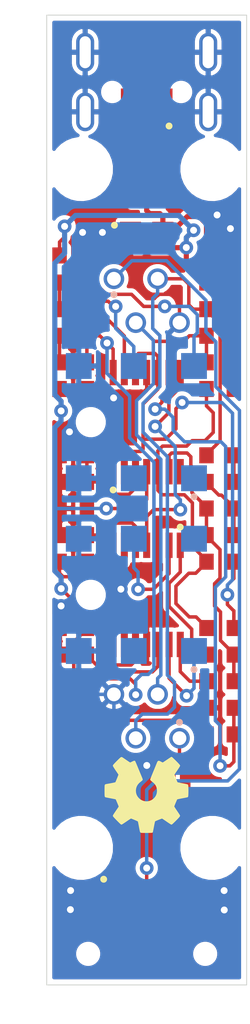
<source format=kicad_pcb>
(kicad_pcb (version 20171130) (host pcbnew "(5.1.12)-1")
  (layers (0 F.Cu signal) (31 B.Cu signal) (34 B.Paste user) (35 F.Paste user hide) (36 B.SilkS user hide) (37 F.SilkS user hide) (38 B.Mask user hide) (39 F.Mask user hide) (44 Edge.Cuts user hide))
  (net 0 "")
  (net 1 "Net-(C1-Pad1)")
  (net 2 HP_MIC)
  (net 3 "Net-(C2-Pad1)")
  (net 4 HP_SPK_PRE)
  (net 5 "Net-(C3-Pad1)")
  (net 6 "Net-(C3-Pad2)")
  (net 7 "Net-(C4-Pad1)")
  (net 8 "Net-(C5-Pad1)")
  (net 9 "Net-(C5-Pad2)")
  (net 10 "Net-(C6-Pad1)")
  (net 11 HS_SPK_N)
  (net 12 "Net-(C7-Pad1)")
  (net 13 HS_SPK_P)
  (net 14 HP_MIC_OUT)
  (net 15 "Net-(C9-Pad1)")
  (net 16 VGND)
  (net 17 GND)
  (net 18 "Net-(C10-Pad2)")
  (net 19 +3V3)
  (net 20 "Net-(C12-Pad2)")
  (net 21 "Net-(C13-Pad2)")
  (net 22 "Net-(C14-Pad1)")
  (net 23 "Net-(F1-Pad1)")
  (net 24 HP_MIC_BIAS)
  (net 25 HP_SPK_L)
  (net 26 HP_SPK_R)
  (net 27 HS_MIC_P)
  (net 28 PHONE_MIC_P)
  (net 29 "Net-(R1-Pad1)")
  (net 30 "Net-(R11-Pad2)")
  (net 31 HP_MUTE)
  (net 32 "Net-(J1-Pad2)")
  (net 33 "Net-(J1-Pad3)")
  (net 34 "Net-(J1-Pad4)")
  (net 35 "Net-(J2-Pad1)")
  (net 36 "Net-(J2-Pad2)")
  (net 37 "Net-(J3-Pad2)")
  (net 38 "Net-(J3-Pad6)")
  (net 39 "Net-(U1-Pad7)")
  (net 40 "Net-(U1-Pad8)")
  (net 41 "Net-(U3-Pad2)")
  (module footprints:USB-MICRO-TH-NO-SILK (layer F.Cu) (at 139.7 82.385 180)
    (fp_text reference J1 hide)
    (fp_text value M_USB_B hide)
    (pad 1 smd rect (at -1.3 -2.175 180) (size 0.4 1.85) (layers F.Cu F.Paste F.Mask) (net 23 "Net-(F1-Pad1)"))
    (pad 2 smd rect (at -0.65 -2.175 180) (size 0.4 1.85) (layers F.Cu F.Paste F.Mask) (net 32 "Net-(J1-Pad2)"))
    (pad 3 smd rect (at 0 -2.175 180) (size 0.4 1.85) (layers F.Cu F.Paste F.Mask) (net 33 "Net-(J1-Pad3)"))
    (pad 4 smd rect (at 0.65 -2.175 180) (size 0.4 1.85) (layers F.Cu F.Paste F.Mask) (net 34 "Net-(J1-Pad4)"))
    (pad 5 smd rect (at 1.3 -2.175 180) (size 0.4 1.85) (layers F.Cu F.Paste F.Mask) (net 17 GND))
    (pad "" np_thru_hole circle (at 2 -1.45 180) (size 0.8 0.8) (drill 0.8) (layers *.Cu *.Mask))
    (pad "" np_thru_hole circle (at -2 -1.45 180) (size 0.8 0.8) (drill 0.8) (layers *.Cu *.Mask))
    (pad 6 thru_hole oval (at 3.575 -2.6 180) (size 1.05 2.25) (drill oval 0.65 1.85) (layers *.Cu *.Mask F.Paste) (net 17 GND))
    (pad 8 thru_hole oval (at -3.575 -2.6 180) (size 1.05 2.25) (drill oval 0.65 1.85) (layers *.Cu *.Mask F.Paste) (net 17 GND))
    (pad 9 thru_hole oval (at -3.575 0.85 180) (size 1.05 2.25) (drill oval 0.65 1.85) (layers *.Cu *.Mask F.Paste) (net 17 GND))
    (pad 7 thru_hole oval (at 3.575 0.85 180) (size 1.05 2.25) (drill oval 0.65 1.85) (layers *.Cu *.Mask F.Paste) (net 17 GND))
  )
  (module footprints:OSH_LOGO (layer F.Cu) (at 139.7 124.5 180)
    (fp_text reference G*** hide)
    (fp_text value LOGO hide)
  )
  (module footprints:RJ9-4P4C-NO-SILK (layer B.Cu) (at 139.7 89.45)
    (fp_text reference J5 hide)
    (fp_text value RJ9_4P4C hide)
    (pad 1 thru_hole circle (at -1.905 5.2) (size 1.2 1.2) (drill 0.8) (layers *.Cu *.Mask) (net 28 PHONE_MIC_P))
    (pad 2 thru_hole circle (at -0.635 7.74) (size 1.2 1.2) (drill 0.8) (layers *.Cu *.Mask) (net 13 HS_SPK_P))
    (pad 3 thru_hole circle (at 0.635 5.2) (size 1.2 1.2) (drill 0.8) (layers *.Cu *.Mask) (net 11 HS_SPK_N))
    (pad 4 thru_hole circle (at 1.905 7.74) (size 1.2 1.2) (drill 0.8) (layers *.Cu *.Mask) (net 17 GND))
    (pad "" np_thru_hole circle (at -3.81 -1.15) (size 3.2 3.2) (drill 3.2) (layers *.Cu *.Mask))
    (pad "" np_thru_hole circle (at 3.81 -1.15) (size 3.2 3.2) (drill 3.2) (layers *.Cu *.Mask))
  )
  (module footprints:JACK-3.5MM-NO-SILK (layer B.Cu) (at 139.7 102.95 90)
    (fp_text reference J2 hide)
    (fp_text value PJ313D hide)
    (pad 1 smd rect (at -3.25 2.75 90) (size 1.5 1.5) (layers B.Cu B.Paste B.Mask) (net 35 "Net-(J2-Pad1)"))
    (pad 2 smd rect (at -3.25 -0.75 90) (size 1.5 1.5) (layers B.Cu B.Paste B.Mask) (net 36 "Net-(J2-Pad2)"))
    (pad 3 smd rect (at -3.25 -3.95 90) (size 1.5 1.5) (layers B.Cu B.Paste B.Mask) (net 17 GND))
    (pad 4 smd rect (at 3.25 -3.95 90) (size 1.5 1.5) (layers B.Cu B.Paste B.Mask) (net 17 GND))
    (pad 5 smd rect (at 3.25 -0.75 90) (size 1.5 1.5) (layers B.Cu B.Paste B.Mask) (net 24 HP_MIC_BIAS))
    (pad 6 smd rect (at 3.25 2.75 90) (size 1.5 1.5) (layers B.Cu B.Paste B.Mask) (net 2 HP_MIC))
    (pad "" np_thru_hole circle (at 0 -3.25 90) (size 1.25 1.25) (drill 1.25) (layers *.Cu *.Mask))
    (pad "" np_thru_hole circle (at 0 2.75 90) (size 1.25 1.25) (drill 1.25) (layers *.Cu *.Mask))
  )
  (module footprints:JACK-3.5MM-NO-SILK (layer B.Cu) (at 139.7 112.95 90)
    (fp_text reference J3 hide)
    (fp_text value PJ313D hide)
    (pad 1 smd rect (at -3.25 2.75 90) (size 1.5 1.5) (layers B.Cu B.Paste B.Mask) (net 26 HP_SPK_R))
    (pad 2 smd rect (at -3.25 -0.75 90) (size 1.5 1.5) (layers B.Cu B.Paste B.Mask) (net 37 "Net-(J3-Pad2)"))
    (pad 3 smd rect (at -3.25 -3.95 90) (size 1.5 1.5) (layers B.Cu B.Paste B.Mask) (net 17 GND))
    (pad 4 smd rect (at 3.25 -3.95 90) (size 1.5 1.5) (layers B.Cu B.Paste B.Mask) (net 17 GND))
    (pad 5 smd rect (at 3.25 -0.75 90) (size 1.5 1.5) (layers B.Cu B.Paste B.Mask) (net 25 HP_SPK_L))
    (pad 6 smd rect (at 3.25 2.75 90) (size 1.5 1.5) (layers B.Cu B.Paste B.Mask) (net 38 "Net-(J3-Pad6)"))
    (pad "" np_thru_hole circle (at 0 -3.25 90) (size 1.25 1.25) (drill 1.25) (layers *.Cu *.Mask))
    (pad "" np_thru_hole circle (at 0 2.75 90) (size 1.25 1.25) (drill 1.25) (layers *.Cu *.Mask))
  )
  (module footprints:SWITCH-SPDT-NO-SILK (layer F.Cu) (at 139.7 133.7347)
    (fp_text reference SW1 hide)
    (fp_text value SWITCH_INV hide)
    (pad 1 smd rect (at -2.5 -2.75) (size 1.2 2.5) (layers F.Cu F.Paste F.Mask) (net 14 HP_MIC_OUT))
    (pad 2 smd rect (at 0 -2.75) (size 1.2 2.5) (layers F.Cu F.Paste F.Mask) (net 28 PHONE_MIC_P))
    (pad 3 smd rect (at 2.5 -2.75) (size 1.2 2.5) (layers F.Cu F.Paste F.Mask) (net 27 HS_MIC_P))
    (pad "" np_thru_hole circle (at 3.4 0) (size 0.9 0.9) (drill 0.9) (layers *.Cu *.Mask))
    (pad "" np_thru_hole circle (at -3.4 0) (size 0.9 0.9) (drill 0.9) (layers *.Cu *.Mask))
  )
  (module footprints:RJ9-4P4C-NO-SILK (layer B.Cu) (at 139.7 126.45 180)
    (fp_text reference J4 hide)
    (fp_text value RJ9_4P4C hide)
    (pad 1 thru_hole circle (at -1.905 5.2 180) (size 1.2 1.2) (drill 0.8) (layers *.Cu *.Mask) (net 27 HS_MIC_P))
    (pad 2 thru_hole circle (at -0.635 7.74 180) (size 1.2 1.2) (drill 0.8) (layers *.Cu *.Mask) (net 13 HS_SPK_P))
    (pad 3 thru_hole circle (at 0.635 5.2 180) (size 1.2 1.2) (drill 0.8) (layers *.Cu *.Mask) (net 11 HS_SPK_N))
    (pad 4 thru_hole circle (at 1.905 7.74 180) (size 1.2 1.2) (drill 0.8) (layers *.Cu *.Mask) (net 17 GND))
    (pad "" np_thru_hole circle (at -3.81 -1.15 180) (size 3.2 3.2) (drill 3.2) (layers *.Cu *.Mask))
    (pad "" np_thru_hole circle (at 3.81 -1.15 180) (size 3.2 3.2) (drill 3.2) (layers *.Cu *.Mask))
  )
  (module footprints:CHIP-0603-NO-SILK (layer F.Cu) (at 143.97 93.3 180)
    (fp_text reference C12 hide)
    (fp_text value 1u hide)
    (pad 1 smd rect (at -0.795 0 180) (size 0.84 0.93) (layers F.Cu F.Paste F.Mask) (net 17 GND))
    (pad 2 smd rect (at 0.795 0 180) (size 0.84 0.93) (layers F.Cu F.Paste F.Mask) (net 20 "Net-(C12-Pad2)"))
  )
  (module footprints:FUSE-1206-NO-SILK (layer F.Cu) (at 139.7 88.3 270)
    (fp_text reference F1 hide)
    (fp_text value 200mA hide)
    (pad 1 smd rect (at -1.52 0) (size 1.82 1.17) (layers F.Cu F.Paste F.Mask) (net 23 "Net-(F1-Pad1)"))
    (pad 2 smd rect (at 1.52 0) (size 1.82 1.17) (layers F.Cu F.Paste F.Mask) (net 20 "Net-(C12-Pad2)"))
  )
  (module footprints:TSSOP-14-NO-SILK (layer F.Cu) (at 139.7 102.95)
    (fp_text reference U2 hide)
    (fp_text value MCP6024 hide)
    (pad 1 smd rect (at -1.95 2.87) (size 0.41 1.47) (layers F.Cu F.Paste F.Mask) (net 16 VGND))
    (pad 2 smd rect (at -1.3 2.87) (size 0.41 1.47) (layers F.Cu F.Paste F.Mask) (net 16 VGND))
    (pad 3 smd rect (at -0.65 2.87) (size 0.41 1.47) (layers F.Cu F.Paste F.Mask) (net 22 "Net-(C14-Pad1)"))
    (pad 4 smd rect (at 0 2.87) (size 0.41 1.47) (layers F.Cu F.Paste F.Mask) (net 19 +3V3))
    (pad 5 smd rect (at 0.65 2.87) (size 0.41 1.47) (layers F.Cu F.Paste F.Mask) (net 15 "Net-(C9-Pad1)"))
    (pad 6 smd rect (at 1.3 2.87) (size 0.41 1.47) (layers F.Cu F.Paste F.Mask) (net 21 "Net-(C13-Pad2)"))
    (pad 7 smd rect (at 1.95 2.87) (size 0.41 1.47) (layers F.Cu F.Paste F.Mask) (net 4 HP_SPK_PRE))
    (pad 8 smd rect (at 1.95 -2.87) (size 0.41 1.47) (layers F.Cu F.Paste F.Mask) (net 31 HP_MUTE))
    (pad 9 smd rect (at 1.3 -2.87) (size 0.41 1.47) (layers F.Cu F.Paste F.Mask) (net 30 "Net-(R11-Pad2)"))
    (pad 10 smd rect (at 0.65 -2.87) (size 0.41 1.47) (layers F.Cu F.Paste F.Mask) (net 16 VGND))
    (pad 11 smd rect (at 0 -2.87) (size 0.41 1.47) (layers F.Cu F.Paste F.Mask) (net 17 GND))
    (pad 12 smd rect (at -0.65 -2.87) (size 0.41 1.47) (layers F.Cu F.Paste F.Mask) (net 16 VGND))
    (pad 13 smd rect (at -1.3 -2.87) (size 0.41 1.47) (layers F.Cu F.Paste F.Mask) (net 9 "Net-(C5-Pad2)"))
    (pad 14 smd rect (at -1.95 -2.87) (size 0.41 1.47) (layers F.Cu F.Paste F.Mask) (net 8 "Net-(C5-Pad1)"))
  )
  (module footprints:CHIP-0603-NO-SILK (layer F.Cu) (at 143.97 94.87 180)
    (fp_text reference C15 hide)
    (fp_text value 1u hide)
    (pad 1 smd rect (at -0.795 0 180) (size 0.84 0.93) (layers F.Cu F.Paste F.Mask) (net 17 GND))
    (pad 2 smd rect (at 0.795 0 180) (size 0.84 0.93) (layers F.Cu F.Paste F.Mask) (net 19 +3V3))
  )
  (module footprints:CHIP-0603-NO-SILK (layer F.Cu) (at 143.97 96.41)
    (fp_text reference R4 hide)
    (fp_text value 18k hide)
    (pad 1 smd rect (at -0.795 0) (size 0.84 0.93) (layers F.Cu F.Paste F.Mask) (net 11 HS_SPK_N))
    (pad 2 smd rect (at 0.795 0) (size 0.84 0.93) (layers F.Cu F.Paste F.Mask) (net 17 GND))
  )
  (module footprints:CHIP-0603-NO-SILK (layer F.Cu) (at 143.97 97.95)
    (fp_text reference R3 hide)
    (fp_text value 18k hide)
    (pad 1 smd rect (at -0.795 0) (size 0.84 0.93) (layers F.Cu F.Paste F.Mask) (net 13 HS_SPK_P))
    (pad 2 smd rect (at 0.795 0) (size 0.84 0.93) (layers F.Cu F.Paste F.Mask) (net 17 GND))
  )
  (module footprints:CHIP-0603-NO-SILK (layer F.Cu) (at 143.97 99.49 180)
    (fp_text reference C7 hide)
    (fp_text value 220n hide)
    (pad 1 smd rect (at -0.795 0 180) (size 0.84 0.93) (layers F.Cu F.Paste F.Mask) (net 12 "Net-(C7-Pad1)"))
    (pad 2 smd rect (at 0.795 0 180) (size 0.84 0.93) (layers F.Cu F.Paste F.Mask) (net 13 HS_SPK_P))
  )
  (module footprints:CHIP-0603-NO-SILK (layer F.Cu) (at 143.97 101.03)
    (fp_text reference R7 hide)
    (fp_text value 2.4k hide)
    (pad 1 smd rect (at -0.795 0) (size 0.84 0.93) (layers F.Cu F.Paste F.Mask) (net 15 "Net-(C9-Pad1)"))
    (pad 2 smd rect (at 0.795 0) (size 0.84 0.93) (layers F.Cu F.Paste F.Mask) (net 12 "Net-(C7-Pad1)"))
  )
  (module footprints:SC-70-NO-SILK (layer F.Cu) (at 139.7 92.2 270)
    (fp_text reference U3 hide)
    (fp_text value TC1017 hide)
    (pad 1 smd rect (at -0.65 0.94 270) (size 0.4 1.23) (layers F.Cu F.Paste F.Mask) (net 20 "Net-(C12-Pad2)"))
    (pad 2 smd rect (at 0 0.94 270) (size 0.4 1.23) (layers F.Cu F.Paste F.Mask) (net 41 "Net-(U3-Pad2)"))
    (pad 3 smd rect (at 0.65 0.94 270) (size 0.4 1.23) (layers F.Cu F.Paste F.Mask) (net 17 GND))
    (pad 4 smd rect (at 0.65 -0.94 270) (size 0.4 1.23) (layers F.Cu F.Paste F.Mask) (net 19 +3V3))
    (pad 5 smd rect (at -0.65 -0.94 270) (size 0.4 1.23) (layers F.Cu F.Paste F.Mask) (net 20 "Net-(C12-Pad2)"))
  )
  (module footprints:CHIP-0603-NO-SILK (layer F.Cu) (at 135.43 93.3 180)
    (fp_text reference R15 hide)
    (fp_text value 2.2k hide)
    (pad 1 smd rect (at -0.795 0 180) (size 0.84 0.93) (layers F.Cu F.Paste F.Mask) (net 24 HP_MIC_BIAS))
    (pad 2 smd rect (at 0.795 0 180) (size 0.84 0.93) (layers F.Cu F.Paste F.Mask) (net 19 +3V3))
  )
  (module footprints:CHIP-0603-NO-SILK (layer F.Cu) (at 135.43 94.87)
    (fp_text reference C1 hide)
    (fp_text value 220n hide)
    (pad 1 smd rect (at -0.795 0) (size 0.84 0.93) (layers F.Cu F.Paste F.Mask) (net 1 "Net-(C1-Pad1)"))
    (pad 2 smd rect (at 0.795 0) (size 0.84 0.93) (layers F.Cu F.Paste F.Mask) (net 2 HP_MIC))
  )
  (module footprints:CHIP-0603-NO-SILK (layer F.Cu) (at 135.43 96.41 180)
    (fp_text reference R2 hide)
    (fp_text value 2.4k hide)
    (pad 1 smd rect (at -0.795 0 180) (size 0.84 0.93) (layers F.Cu F.Paste F.Mask) (net 9 "Net-(C5-Pad2)"))
    (pad 2 smd rect (at 0.795 0 180) (size 0.84 0.93) (layers F.Cu F.Paste F.Mask) (net 1 "Net-(C1-Pad1)"))
  )
  (module footprints:CHIP-0603-NO-SILK (layer F.Cu) (at 135.43 97.95 180)
    (fp_text reference C5 hide)
    (fp_text value 2.2n hide)
    (pad 1 smd rect (at -0.795 0 180) (size 0.84 0.93) (layers F.Cu F.Paste F.Mask) (net 8 "Net-(C5-Pad1)"))
    (pad 2 smd rect (at 0.795 0 180) (size 0.84 0.93) (layers F.Cu F.Paste F.Mask) (net 9 "Net-(C5-Pad2)"))
  )
  (module footprints:CHIP-0603-NO-SILK (layer F.Cu) (at 135.43 99.49 180)
    (fp_text reference R5 hide)
    (fp_text value 18k hide)
    (pad 1 smd rect (at -0.795 0 180) (size 0.84 0.93) (layers F.Cu F.Paste F.Mask) (net 8 "Net-(C5-Pad1)"))
    (pad 2 smd rect (at 0.795 0 180) (size 0.84 0.93) (layers F.Cu F.Paste F.Mask) (net 9 "Net-(C5-Pad2)"))
  )
  (module footprints:CHIP-0603-NO-SILK (layer F.Cu) (at 135.43 101.03)
    (fp_text reference R13 hide)
    (fp_text value 100k hide)
    (pad 1 smd rect (at -0.795 0) (size 0.84 0.93) (layers F.Cu F.Paste F.Mask) (net 19 +3V3))
    (pad 2 smd rect (at 0.795 0) (size 0.84 0.93) (layers F.Cu F.Paste F.Mask) (net 22 "Net-(C14-Pad1)"))
  )
  (module footprints:TSSOP-14-NO-SILK (layer F.Cu) (at 139.7 112.95 180)
    (fp_text reference U1 hide)
    (fp_text value TPA6139A2 hide)
    (pad 1 smd rect (at -1.95 2.87 180) (size 0.41 1.47) (layers F.Cu F.Paste F.Mask) (net 7 "Net-(C4-Pad1)"))
    (pad 2 smd rect (at -1.3 2.87 180) (size 0.41 1.47) (layers F.Cu F.Paste F.Mask) (net 25 HP_SPK_L))
    (pad 3 smd rect (at -0.65 2.87 180) (size 0.41 1.47) (layers F.Cu F.Paste F.Mask) (net 17 GND))
    (pad 4 smd rect (at 0 2.87 180) (size 0.41 1.47) (layers F.Cu F.Paste F.Mask) (net 31 HP_MUTE))
    (pad 5 smd rect (at 0.65 2.87 180) (size 0.41 1.47) (layers F.Cu F.Paste F.Mask) (net 18 "Net-(C10-Pad2)"))
    (pad 6 smd rect (at 1.3 2.87 180) (size 0.41 1.47) (layers F.Cu F.Paste F.Mask) (net 5 "Net-(C3-Pad1)"))
    (pad 7 smd rect (at 1.95 2.87 180) (size 0.41 1.47) (layers F.Cu F.Paste F.Mask) (net 39 "Net-(U1-Pad7)"))
    (pad 8 smd rect (at 1.95 -2.87 180) (size 0.41 1.47) (layers F.Cu F.Paste F.Mask) (net 40 "Net-(U1-Pad8)"))
    (pad 9 smd rect (at 1.3 -2.87 180) (size 0.41 1.47) (layers F.Cu F.Paste F.Mask) (net 6 "Net-(C3-Pad2)"))
    (pad 10 smd rect (at 0.65 -2.87 180) (size 0.41 1.47) (layers F.Cu F.Paste F.Mask) (net 19 +3V3))
    (pad 11 smd rect (at 0 -2.87 180) (size 0.41 1.47) (layers F.Cu F.Paste F.Mask) (net 17 GND))
    (pad 12 smd rect (at -0.65 -2.87 180) (size 0.41 1.47) (layers F.Cu F.Paste F.Mask) (net 29 "Net-(R1-Pad1)"))
    (pad 13 smd rect (at -1.3 -2.87 180) (size 0.41 1.47) (layers F.Cu F.Paste F.Mask) (net 26 HP_SPK_R))
    (pad 14 smd rect (at -1.95 -2.87 180) (size 0.41 1.47) (layers F.Cu F.Paste F.Mask) (net 3 "Net-(C2-Pad1)"))
  )
  (module footprints:CHIP-0603-NO-SILK (layer F.Cu) (at 143.97 104.87 180)
    (fp_text reference C6 hide)
    (fp_text value 220n hide)
    (pad 1 smd rect (at -0.795 0 180) (size 0.84 0.93) (layers F.Cu F.Paste F.Mask) (net 10 "Net-(C6-Pad1)"))
    (pad 2 smd rect (at 0.795 0 180) (size 0.84 0.93) (layers F.Cu F.Paste F.Mask) (net 11 HS_SPK_N))
  )
  (module footprints:CHIP-0603-NO-SILK (layer F.Cu) (at 143.97 106.41)
    (fp_text reference R6 hide)
    (fp_text value 2.4k hide)
    (pad 1 smd rect (at -0.795 0) (size 0.84 0.93) (layers F.Cu F.Paste F.Mask) (net 21 "Net-(C13-Pad2)"))
    (pad 2 smd rect (at 0.795 0) (size 0.84 0.93) (layers F.Cu F.Paste F.Mask) (net 10 "Net-(C6-Pad1)"))
  )
  (module footprints:CHIP-0603-NO-SILK (layer F.Cu) (at 143.97 107.95)
    (fp_text reference R10 hide)
    (fp_text value 2.4k hide)
    (pad 1 smd rect (at -0.795 0) (size 0.84 0.93) (layers F.Cu F.Paste F.Mask) (net 4 HP_SPK_PRE))
    (pad 2 smd rect (at 0.795 0) (size 0.84 0.93) (layers F.Cu F.Paste F.Mask) (net 21 "Net-(C13-Pad2)"))
  )
  (module footprints:CHIP-0603-NO-SILK (layer F.Cu) (at 143.97 109.49)
    (fp_text reference C13 hide)
    (fp_text value 22n hide)
    (pad 1 smd rect (at -0.795 0) (size 0.84 0.93) (layers F.Cu F.Paste F.Mask) (net 4 HP_SPK_PRE))
    (pad 2 smd rect (at 0.795 0) (size 0.84 0.93) (layers F.Cu F.Paste F.Mask) (net 21 "Net-(C13-Pad2)"))
  )
  (module footprints:CHIP-0603-NO-SILK (layer F.Cu) (at 143.97 111.03 180)
    (fp_text reference R9 hide)
    (fp_text value 2.4k hide)
    (pad 1 smd rect (at -0.795 0 180) (size 0.84 0.93) (layers F.Cu F.Paste F.Mask) (net 16 VGND))
    (pad 2 smd rect (at 0.795 0 180) (size 0.84 0.93) (layers F.Cu F.Paste F.Mask) (net 15 "Net-(C9-Pad1)"))
  )
  (module footprints:CHIP-0603-NO-SILK (layer F.Cu) (at 135.43 104.87 180)
    (fp_text reference C14 hide)
    (fp_text value 1u hide)
    (pad 1 smd rect (at -0.795 0 180) (size 0.84 0.93) (layers F.Cu F.Paste F.Mask) (net 22 "Net-(C14-Pad1)"))
    (pad 2 smd rect (at 0.795 0 180) (size 0.84 0.93) (layers F.Cu F.Paste F.Mask) (net 17 GND))
  )
  (module footprints:CHIP-0603-NO-SILK (layer F.Cu) (at 135.43 106.41 180)
    (fp_text reference R14 hide)
    (fp_text value 100k hide)
    (pad 1 smd rect (at -0.795 0 180) (size 0.84 0.93) (layers F.Cu F.Paste F.Mask) (net 22 "Net-(C14-Pad1)"))
    (pad 2 smd rect (at 0.795 0 180) (size 0.84 0.93) (layers F.Cu F.Paste F.Mask) (net 17 GND))
  )
  (module footprints:CHIP-0603-NO-SILK (layer F.Cu) (at 135.43 107.95)
    (fp_text reference C16 hide)
    (fp_text value 1u hide)
    (pad 1 smd rect (at -0.795 0) (size 0.84 0.93) (layers F.Cu F.Paste F.Mask) (net 17 GND))
    (pad 2 smd rect (at 0.795 0) (size 0.84 0.93) (layers F.Cu F.Paste F.Mask) (net 19 +3V3))
  )
  (module footprints:CHIP-0603-NO-SILK (layer F.Cu) (at 135.43 109.49)
    (fp_text reference C10 hide)
    (fp_text value 1u hide)
    (pad 1 smd rect (at -0.795 0) (size 0.84 0.93) (layers F.Cu F.Paste F.Mask) (net 17 GND))
    (pad 2 smd rect (at 0.795 0) (size 0.84 0.93) (layers F.Cu F.Paste F.Mask) (net 18 "Net-(C10-Pad2)"))
  )
  (module footprints:CHIP-0603-NO-SILK (layer F.Cu) (at 135.43 111.03 180)
    (fp_text reference C3 hide)
    (fp_text value 1u hide)
    (pad 1 smd rect (at -0.795 0 180) (size 0.84 0.93) (layers F.Cu F.Paste F.Mask) (net 5 "Net-(C3-Pad1)"))
    (pad 2 smd rect (at 0.795 0 180) (size 0.84 0.93) (layers F.Cu F.Paste F.Mask) (net 6 "Net-(C3-Pad2)"))
  )
  (module footprints:CHIP-0603-NO-SILK (layer F.Cu) (at 135.43 114.87)
    (fp_text reference C11 hide)
    (fp_text value 1u hide)
    (pad 1 smd rect (at -0.795 0) (size 0.84 0.93) (layers F.Cu F.Paste F.Mask) (net 17 GND))
    (pad 2 smd rect (at 0.795 0) (size 0.84 0.93) (layers F.Cu F.Paste F.Mask) (net 19 +3V3))
  )
  (module footprints:CHIP-0603-NO-SILK (layer F.Cu) (at 135.43 116.41 180)
    (fp_text reference R1 hide)
    (fp_text value 27.3k hide)
    (pad 1 smd rect (at -0.795 0 180) (size 0.84 0.93) (layers F.Cu F.Paste F.Mask) (net 29 "Net-(R1-Pad1)"))
    (pad 2 smd rect (at 0.795 0 180) (size 0.84 0.93) (layers F.Cu F.Paste F.Mask) (net 17 GND))
  )
  (module footprints:CHIP-0603-NO-SILK (layer F.Cu) (at 135.43 117.95)
    (fp_text reference C8 hide)
    (fp_text value 220n hide)
    (pad 1 smd rect (at -0.795 0) (size 0.84 0.93) (layers F.Cu F.Paste F.Mask) (net 14 HP_MIC_OUT))
    (pad 2 smd rect (at 0.795 0) (size 0.84 0.93) (layers F.Cu F.Paste F.Mask) (net 8 "Net-(C5-Pad1)"))
  )
  (module footprints:CHIP-0603-NO-SILK (layer F.Cu) (at 135.43 119.49 180)
    (fp_text reference R8 hide)
    (fp_text value 4.3k hide)
    (pad 1 smd rect (at -0.795 0 180) (size 0.84 0.93) (layers F.Cu F.Paste F.Mask) (net 17 GND))
    (pad 2 smd rect (at 0.795 0 180) (size 0.84 0.93) (layers F.Cu F.Paste F.Mask) (net 14 HP_MIC_OUT))
  )
  (module footprints:CHIP-0603-NO-SILK (layer F.Cu) (at 143.97 114.87)
    (fp_text reference C9 hide)
    (fp_text value 22n hide)
    (pad 1 smd rect (at -0.795 0) (size 0.84 0.93) (layers F.Cu F.Paste F.Mask) (net 15 "Net-(C9-Pad1)"))
    (pad 2 smd rect (at 0.795 0) (size 0.84 0.93) (layers F.Cu F.Paste F.Mask) (net 16 VGND))
  )
  (module footprints:CHIP-0603-NO-SILK (layer F.Cu) (at 143.97 116.41)
    (fp_text reference C4 hide)
    (fp_text value 22n hide)
    (pad 1 smd rect (at -0.795 0) (size 0.84 0.93) (layers F.Cu F.Paste F.Mask) (net 7 "Net-(C4-Pad1)"))
    (pad 2 smd rect (at 0.795 0) (size 0.84 0.93) (layers F.Cu F.Paste F.Mask) (net 4 HP_SPK_PRE))
  )
  (module footprints:CHIP-0603-NO-SILK (layer F.Cu) (at 143.97 117.95)
    (fp_text reference C2 hide)
    (fp_text value 22n hide)
    (pad 1 smd rect (at -0.795 0) (size 0.84 0.93) (layers F.Cu F.Paste F.Mask) (net 3 "Net-(C2-Pad1)"))
    (pad 2 smd rect (at 0.795 0) (size 0.84 0.93) (layers F.Cu F.Paste F.Mask) (net 4 HP_SPK_PRE))
  )
  (module footprints:CHIP-0603-NO-SILK (layer F.Cu) (at 143.97 119.49 180)
    (fp_text reference R12 hide)
    (fp_text value 43k hide)
    (pad 1 smd rect (at -0.795 0 180) (size 0.84 0.93) (layers F.Cu F.Paste F.Mask) (net 30 "Net-(R11-Pad2)"))
    (pad 2 smd rect (at 0.795 0 180) (size 0.84 0.93) (layers F.Cu F.Paste F.Mask) (net 17 GND))
  )
  (module footprints:CHIP-0603-NO-SILK (layer F.Cu) (at 143.97 121.03)
    (fp_text reference R11 hide)
    (fp_text value 100k hide)
    (pad 1 smd rect (at -0.795 0) (size 0.84 0.93) (layers F.Cu F.Paste F.Mask) (net 19 +3V3))
    (pad 2 smd rect (at 0.795 0) (size 0.84 0.93) (layers F.Cu F.Paste F.Mask) (net 30 "Net-(R11-Pad2)"))
  )
  (gr_text V.1 (at 143.51 124.81) (layer F.Cu) (effects (font (size 0.8 0.8) (thickness 0.2))))
  (gr_text "github\niocapa" (at 135.78586 123.4694 270) (layer F.Cu) (effects (font (size 0.8 0.8) (thickness 0.2))))
  (gr_line (start 133.89 135.5347) (end 145.51 135.5347) (angle 90) (layer Edge.Cuts) (width 0.05))
  (gr_line (start 145.51 135.5347) (end 145.51 79.385) (angle 90) (layer Edge.Cuts) (width 0.05))
  (gr_line (start 133.89 79.385) (end 145.51 79.385) (angle 90) (layer Edge.Cuts) (width 0.05))
  (gr_line (start 133.89 135.5347) (end 133.89 79.385) (angle 90) (layer Edge.Cuts) (width 0.05))
  (segment (start 134.635 94.87) (end 134.635 96.41) (width 0.2) (layer F.Cu) (net 1))
  (via (at 140.7504 96.250011) (size 0.8) (drill 0.4) (layers F.Cu B.Cu) (net 2))
  (segment (start 140.7504 96.250011) (end 139.518911 96.250011) (width 0.2) (layer F.Cu) (net 2))
  (segment (start 139.518911 96.250011) (end 138.898224 95.629324) (width 0.2) (layer F.Cu) (net 2))
  (segment (start 138.898224 95.629324) (end 139.497001 96.228101) (width 0.2) (layer F.Cu) (net 2))
  (segment (start 142.45 98.421101) (end 142.45 99.7) (width 0.2) (layer B.Cu) (net 2))
  (segment (start 142.45 97.9729) (end 142.45 98.421101) (width 0.2) (layer B.Cu) (net 2))
  (segment (start 142.6404 97.7825) (end 142.45 97.9729) (width 0.2) (layer B.Cu) (net 2))
  (segment (start 142.6404 96.72581) (end 142.6404 97.7825) (width 0.2) (layer B.Cu) (net 2))
  (segment (start 142.164601 96.250011) (end 142.6404 96.72581) (width 0.2) (layer B.Cu) (net 2))
  (segment (start 140.7504 96.250011) (end 142.164601 96.250011) (width 0.2) (layer B.Cu) (net 2))
  (segment (start 136.4907 95.1357) (end 136.225 94.87) (width 0.2) (layer F.Cu) (net 2))
  (segment (start 136.948698 95.1357) (end 136.4907 95.1357) (width 0.2) (layer F.Cu) (net 2))
  (segment (start 137.362999 95.550001) (end 136.948698 95.1357) (width 0.2) (layer F.Cu) (net 2))
  (segment (start 138.818901 95.550001) (end 137.362999 95.550001) (width 0.2) (layer F.Cu) (net 2))
  (segment (start 138.898224 95.629324) (end 138.818901 95.550001) (width 0.2) (layer F.Cu) (net 2))
  (segment (start 142.209798 117.95) (end 143.175 117.95) (width 0.2) (layer F.Cu) (net 3))
  (segment (start 141.65 117.390202) (end 142.209798 117.95) (width 0.2) (layer F.Cu) (net 3))
  (segment (start 141.65 115.82) (end 141.65 117.390202) (width 0.2) (layer F.Cu) (net 3))
  (segment (start 144.765 116.41) (end 144.765 117.95) (width 0.2) (layer F.Cu) (net 4))
  (segment (start 143.175 107.95) (end 143.175 109.49) (width 0.2) (layer F.Cu) (net 4))
  (segment (start 143.895001 113.844312) (end 143.728721 113.678032) (width 0.2) (layer F.Cu) (net 4))
  (segment (start 143.99006 113.939371) (end 143.728721 113.678032) (width 0.2) (layer F.Cu) (net 4))
  (segment (start 143.99006 115.59286) (end 143.99006 113.939371) (width 0.2) (layer F.Cu) (net 4))
  (segment (start 144.765 116.3678) (end 143.99006 115.59286) (width 0.2) (layer F.Cu) (net 4))
  (segment (start 144.765 116.41) (end 144.765 116.3678) (width 0.2) (layer F.Cu) (net 4))
  (segment (start 143.64462 113.593931) (end 143.728721 113.678032) (width 0.2) (layer F.Cu) (net 4))
  (segment (start 143.64462 112.30138) (end 143.64462 113.593931) (width 0.2) (layer F.Cu) (net 4))
  (segment (start 143.9604 111.9856) (end 143.64462 112.30138) (width 0.2) (layer F.Cu) (net 4))
  (segment (start 143.9604 110.32826) (end 143.9604 111.9856) (width 0.2) (layer F.Cu) (net 4))
  (segment (start 143.175 109.54286) (end 143.9604 110.32826) (width 0.2) (layer F.Cu) (net 4))
  (segment (start 143.175 109.49) (end 143.175 109.54286) (width 0.2) (layer F.Cu) (net 4))
  (segment (start 143.175 107.874801) (end 143.175 107.95) (width 0.2) (layer F.Cu) (net 4))
  (segment (start 142.329233 107.029034) (end 143.175 107.874801) (width 0.2) (layer F.Cu) (net 4))
  (segment (start 142.329233 106.094232) (end 142.329233 107.029034) (width 0.2) (layer F.Cu) (net 4))
  (segment (start 142.055 105.82) (end 142.329233 106.094232) (width 0.2) (layer F.Cu) (net 4))
  (segment (start 141.65 105.82) (end 142.055 105.82) (width 0.2) (layer F.Cu) (net 4))
  (segment (start 138.4 111.0661) (end 138.4 110.08) (width 0.2) (layer F.Cu) (net 5))
  (segment (start 137.321515 111.305913) (end 138.160187 111.305913) (width 0.2) (layer F.Cu) (net 5))
  (segment (start 137.045602 111.03) (end 137.321515 111.305913) (width 0.2) (layer F.Cu) (net 5))
  (segment (start 138.160187 111.305913) (end 138.4 111.0661) (width 0.2) (layer F.Cu) (net 5))
  (segment (start 136.225 111.03) (end 137.045602 111.03) (width 0.2) (layer F.Cu) (net 5))
  (segment (start 134.635 111.695) (end 134.635 111.03) (width 0.2) (layer F.Cu) (net 6))
  (segment (start 136.954001 111.899999) (end 136.310795 111.899999) (width 0.2) (layer F.Cu) (net 6))
  (segment (start 136.310496 111.8997) (end 134.8397 111.8997) (width 0.2) (layer F.Cu) (net 6))
  (segment (start 136.310795 111.899999) (end 136.310496 111.8997) (width 0.2) (layer F.Cu) (net 6))
  (segment (start 137.500001 112.445999) (end 136.954001 111.899999) (width 0.2) (layer F.Cu) (net 6))
  (segment (start 134.8397 111.8997) (end 134.635 111.695) (width 0.2) (layer F.Cu) (net 6))
  (segment (start 137.500001 113.39214) (end 137.500001 112.445999) (width 0.2) (layer F.Cu) (net 6))
  (segment (start 138.4 114.292139) (end 137.500001 113.39214) (width 0.2) (layer F.Cu) (net 6))
  (segment (start 138.4 115.82) (end 138.4 114.292139) (width 0.2) (layer F.Cu) (net 6))
  (segment (start 142.3162 116.1712) (end 142.555 116.41) (width 0.2) (layer F.Cu) (net 7))
  (segment (start 142.3162 114.9359) (end 142.3162 116.1712) (width 0.2) (layer F.Cu) (net 7))
  (segment (start 140.999989 113.61969) (end 142.3162 114.9359) (width 0.2) (layer F.Cu) (net 7))
  (segment (start 140.999989 112.28031) (end 140.999989 113.61969) (width 0.2) (layer F.Cu) (net 7))
  (segment (start 142.555 116.41) (end 143.175 116.41) (width 0.2) (layer F.Cu) (net 7))
  (segment (start 141.65 111.630299) (end 140.999989 112.28031) (width 0.2) (layer F.Cu) (net 7))
  (segment (start 141.65 110.08) (end 141.65 111.630299) (width 0.2) (layer F.Cu) (net 7))
  (segment (start 136.225 117.95) (end 136.845 117.95) (width 0.2) (layer F.Cu) (net 8))
  (segment (start 136.845 117.95) (end 136.985001 117.809999) (width 0.2) (layer F.Cu) (net 8))
  (segment (start 136.985001 117.809999) (end 138.735963 117.809999) (width 0.2) (layer F.Cu) (net 8))
  (segment (start 138.735963 117.809999) (end 139.05992 118.133956) (width 0.2) (layer F.Cu) (net 8))
  (segment (start 139.05992 118.133956) (end 139.05992 118.7323) (width 0.2) (layer F.Cu) (net 8))
  (via (at 139.05992 118.7323) (size 0.8) (drill 0.4) (layers F.Cu B.Cu) (net 8))
  (via (at 137.395219 98.368209) (size 0.8) (drill 0.4) (layers F.Cu B.Cu) (net 8))
  (segment (start 136.225 99.49) (end 136.225 97.95) (width 0.2) (layer F.Cu) (net 8))
  (segment (start 136.97701 97.95) (end 137.395219 98.368209) (width 0.2) (layer F.Cu) (net 8))
  (segment (start 136.225 97.95) (end 136.97701 97.95) (width 0.2) (layer F.Cu) (net 8))
  (segment (start 137.75 98.72299) (end 137.395219 98.368209) (width 0.2) (layer F.Cu) (net 8))
  (segment (start 137.75 100.08) (end 137.75 98.72299) (width 0.2) (layer F.Cu) (net 8))
  (segment (start 139.397494 117.55691) (end 139.05992 117.894484) (width 0.2) (layer B.Cu) (net 8))
  (segment (start 140.12142 117.224344) (end 139.788854 117.55691) (width 0.2) (layer B.Cu) (net 8))
  (segment (start 139.788854 117.55691) (end 139.397494 117.55691) (width 0.2) (layer B.Cu) (net 8))
  (segment (start 140.12142 105.269908) (end 140.12142 117.224344) (width 0.2) (layer B.Cu) (net 8))
  (segment (start 138.709593 103.858083) (end 140.12142 105.269908) (width 0.2) (layer B.Cu) (net 8))
  (segment (start 138.709593 101.444037) (end 138.709593 103.858083) (width 0.2) (layer B.Cu) (net 8))
  (segment (start 139.05992 117.894484) (end 139.05992 118.7323) (width 0.2) (layer B.Cu) (net 8))
  (segment (start 137.395219 100.129663) (end 138.709593 101.444037) (width 0.2) (layer B.Cu) (net 8))
  (segment (start 137.395219 98.368209) (end 137.395219 100.129663) (width 0.2) (layer B.Cu) (net 8))
  (segment (start 134.635 97.95) (end 134.635 99.49) (width 0.2) (layer F.Cu) (net 9))
  (segment (start 138.4 99.145) (end 138.4 100.08) (width 0.2) (layer F.Cu) (net 9))
  (segment (start 138.4 97.965) (end 138.4 99.145) (width 0.2) (layer F.Cu) (net 9))
  (segment (start 136.845 96.41) (end 138.4 97.965) (width 0.2) (layer F.Cu) (net 9))
  (segment (start 136.225 96.41) (end 136.845 96.41) (width 0.2) (layer F.Cu) (net 9))
  (segment (start 134.635 99.49) (end 134.635 99.445) (width 0.2) (layer F.Cu) (net 9))
  (segment (start 136.225 96.41) (end 136.225 96.44154) (width 0.2) (layer F.Cu) (net 9))
  (segment (start 134.635 97.905) (end 135.3469 97.1931) (width 0.2) (layer F.Cu) (net 9))
  (segment (start 134.635 97.95) (end 134.635 97.905) (width 0.2) (layer F.Cu) (net 9))
  (segment (start 136.225 96.455) (end 136.225 96.41) (width 0.2) (layer F.Cu) (net 9))
  (segment (start 135.4869 97.1931) (end 136.225 96.455) (width 0.2) (layer F.Cu) (net 9))
  (segment (start 135.3469 97.1931) (end 135.4869 97.1931) (width 0.2) (layer F.Cu) (net 9))
  (segment (start 144.765 104.87) (end 144.765 106.41) (width 0.2) (layer F.Cu) (net 10))
  (segment (start 139.0269 121.2119) (end 139.065 121.25) (width 0.2) (layer B.Cu) (net 11))
  (segment (start 143.175 96.41) (end 142.40178 96.41) (width 0.2) (layer F.Cu) (net 11))
  (segment (start 142.40178 96.41) (end 142.14856 96.15678) (width 0.2) (layer F.Cu) (net 11))
  (segment (start 142.14856 94.963309) (end 141.835251 94.65) (width 0.2) (layer F.Cu) (net 11))
  (segment (start 142.14856 96.15678) (end 142.14856 94.963309) (width 0.2) (layer F.Cu) (net 11))
  (segment (start 141.835251 94.65) (end 140.335 94.65) (width 0.2) (layer F.Cu) (net 11))
  (segment (start 143.175 104.82552) (end 143.175 104.87) (width 0.2) (layer F.Cu) (net 11))
  (segment (start 143.9672 104.03332) (end 143.175 104.82552) (width 0.2) (layer F.Cu) (net 11))
  (segment (start 143.9672 97.25914) (end 143.9672 104.03332) (width 0.2) (layer F.Cu) (net 11))
  (segment (start 143.175 96.46694) (end 143.9672 97.25914) (width 0.2) (layer F.Cu) (net 11))
  (segment (start 143.175 96.41) (end 143.175 96.46694) (width 0.2) (layer F.Cu) (net 11))
  (segment (start 139.065 120.22328) (end 139.065 121.25) (width 0.2) (layer B.Cu) (net 11))
  (segment (start 140.913665 119.851599) (end 139.436681 119.851599) (width 0.2) (layer B.Cu) (net 11))
  (segment (start 141.316479 119.448785) (end 140.913665 119.851599) (width 0.2) (layer B.Cu) (net 11))
  (segment (start 141.316479 118.009439) (end 141.316479 119.448785) (width 0.2) (layer B.Cu) (net 11))
  (segment (start 140.90142 104.946824) (end 140.90142 117.59438) (width 0.2) (layer B.Cu) (net 11))
  (segment (start 140.90142 117.59438) (end 141.316479 118.009439) (width 0.2) (layer B.Cu) (net 11))
  (segment (start 139.489593 103.534997) (end 140.90142 104.946824) (width 0.2) (layer B.Cu) (net 11))
  (segment (start 139.489593 101.862992) (end 139.489593 103.534997) (width 0.2) (layer B.Cu) (net 11))
  (segment (start 139.436681 119.851599) (end 139.065 120.22328) (width 0.2) (layer B.Cu) (net 11))
  (segment (start 140.46454 100.888045) (end 139.489593 101.862992) (width 0.2) (layer B.Cu) (net 11))
  (segment (start 140.46454 97.9424) (end 140.46454 100.888045) (width 0.2) (layer B.Cu) (net 11))
  (segment (start 140.050399 97.528259) (end 140.46454 97.9424) (width 0.2) (layer B.Cu) (net 11))
  (segment (start 140.050399 95.783129) (end 140.050399 97.528259) (width 0.2) (layer B.Cu) (net 11))
  (segment (start 140.335 95.498528) (end 140.050399 95.783129) (width 0.2) (layer B.Cu) (net 11))
  (segment (start 140.335 94.65) (end 140.335 95.498528) (width 0.2) (layer B.Cu) (net 11))
  (segment (start 144.765 101.03) (end 144.765 99.49) (width 0.2) (layer F.Cu) (net 12))
  (segment (start 143.175 97.95) (end 143.175 99.49) (width 0.2) (layer F.Cu) (net 13))
  (segment (start 139.664999 97.789999) (end 139.065 97.19) (width 0.2) (layer F.Cu) (net 13))
  (segment (start 140.1476 98.2726) (end 139.664999 97.789999) (width 0.2) (layer F.Cu) (net 13))
  (segment (start 141.854402 98.2726) (end 140.1476 98.2726) (width 0.2) (layer F.Cu) (net 13))
  (segment (start 142.177002 97.95) (end 141.854402 98.2726) (width 0.2) (layer F.Cu) (net 13))
  (segment (start 143.175 97.95) (end 142.177002 97.95) (width 0.2) (layer F.Cu) (net 13))
  (segment (start 140.08455 98.20955) (end 139.065 97.19) (width 0.2) (layer B.Cu) (net 13))
  (segment (start 140.08455 100.730649) (end 140.08455 98.20955) (width 0.2) (layer B.Cu) (net 13))
  (segment (start 139.109603 101.705595) (end 140.08455 100.730649) (width 0.2) (layer B.Cu) (net 13))
  (segment (start 139.109603 103.692394) (end 139.109603 101.705595) (width 0.2) (layer B.Cu) (net 13))
  (segment (start 140.52143 105.10422) (end 139.109603 103.692394) (width 0.2) (layer B.Cu) (net 13))
  (segment (start 140.52143 117.59845) (end 140.52143 105.10422) (width 0.2) (layer B.Cu) (net 13))
  (segment (start 140.335 117.78488) (end 140.52143 117.59845) (width 0.2) (layer B.Cu) (net 13))
  (segment (start 140.335 118.71) (end 140.335 117.78488) (width 0.2) (layer B.Cu) (net 13))
  (segment (start 134.635 117.95) (end 134.635 119.49) (width 0.2) (layer F.Cu) (net 14))
  (segment (start 134.635 120.51514) (end 134.635 119.49) (width 0.2) (layer F.Cu) (net 14))
  (segment (start 135.00354 120.88368) (end 134.635 120.51514) (width 0.2) (layer F.Cu) (net 14))
  (segment (start 137.465283 120.88368) (end 135.00354 120.88368) (width 0.2) (layer F.Cu) (net 14))
  (segment (start 138.12012 121.538517) (end 137.465283 120.88368) (width 0.2) (layer F.Cu) (net 14))
  (segment (start 138.12012 128.36906) (end 138.12012 121.538517) (width 0.2) (layer F.Cu) (net 14))
  (segment (start 137.2 129.28918) (end 138.12012 128.36906) (width 0.2) (layer F.Cu) (net 14))
  (segment (start 137.2 130.9847) (end 137.2 129.28918) (width 0.2) (layer F.Cu) (net 14))
  (segment (start 141.399999 113.054854) (end 141.399999 112.734571) (width 0.2) (layer F.Cu) (net 15))
  (segment (start 143.175 102.0143) (end 143.175 101.03) (width 0.2) (layer F.Cu) (net 15))
  (segment (start 143.56719 102.40649) (end 143.175 102.0143) (width 0.2) (layer F.Cu) (net 15))
  (segment (start 143.56719 103.546365) (end 143.56719 102.40649) (width 0.2) (layer F.Cu) (net 15))
  (segment (start 143.092935 104.02062) (end 143.56719 103.546365) (width 0.2) (layer F.Cu) (net 15))
  (segment (start 142.344183 104.02062) (end 143.092935 104.02062) (width 0.2) (layer F.Cu) (net 15))
  (segment (start 142.027913 104.33689) (end 142.344183 104.02062) (width 0.2) (layer F.Cu) (net 15))
  (segment (start 140.625278 104.33689) (end 142.027913 104.33689) (width 0.2) (layer F.Cu) (net 15))
  (segment (start 140.35 104.612168) (end 140.625278 104.33689) (width 0.2) (layer F.Cu) (net 15))
  (segment (start 140.35 105.82) (end 140.35 104.612168) (width 0.2) (layer F.Cu) (net 15))
  (segment (start 140.35 106.755) (end 140.35 105.82) (width 0.2) (layer F.Cu) (net 15))
  (segment (start 140.35 106.900957) (end 140.35 106.755) (width 0.2) (layer F.Cu) (net 15))
  (segment (start 140.604053 107.15501) (end 140.35 106.900957) (width 0.2) (layer F.Cu) (net 15))
  (segment (start 141.88951 107.15501) (end 140.604053 107.15501) (width 0.2) (layer F.Cu) (net 15))
  (segment (start 142.355801 107.621301) (end 141.88951 107.15501) (width 0.2) (layer F.Cu) (net 15))
  (segment (start 143.175 111.03) (end 143.175 110.9551) (width 0.2) (layer F.Cu) (net 15))
  (segment (start 142.355801 110.135901) (end 142.355801 109.147036) (width 0.2) (layer F.Cu) (net 15))
  (segment (start 143.175 110.9551) (end 142.355801 110.135901) (width 0.2) (layer F.Cu) (net 15))
  (segment (start 142.355801 109.147036) (end 142.355801 107.621301) (width 0.2) (layer F.Cu) (net 15))
  (segment (start 142.355801 110.095803) (end 142.355801 109.147036) (width 0.2) (layer F.Cu) (net 15))
  (segment (start 143.175 114.83368) (end 143.175 114.87) (width 0.2) (layer F.Cu) (net 15))
  (segment (start 142.569289 114.227969) (end 143.175 114.83368) (width 0.2) (layer F.Cu) (net 15))
  (segment (start 142.173967 114.227969) (end 142.569289 114.227969) (width 0.2) (layer F.Cu) (net 15))
  (segment (start 141.399999 113.454001) (end 142.173967 114.227969) (width 0.2) (layer F.Cu) (net 15))
  (segment (start 141.399999 113.054854) (end 141.399999 113.454001) (width 0.2) (layer F.Cu) (net 15))
  (segment (start 143.175 111.075) (end 143.175 111.03) (width 0.2) (layer F.Cu) (net 15))
  (segment (start 142.551407 111.698593) (end 143.175 111.075) (width 0.2) (layer F.Cu) (net 15))
  (segment (start 142.147405 111.698593) (end 142.551407 111.698593) (width 0.2) (layer F.Cu) (net 15))
  (segment (start 141.399999 112.445999) (end 142.147405 111.698593) (width 0.2) (layer F.Cu) (net 15))
  (segment (start 141.399999 113.054854) (end 141.399999 112.445999) (width 0.2) (layer F.Cu) (net 15))
  (segment (start 140.35 101.040022) (end 139.489593 101.900429) (width 0.2) (layer F.Cu) (net 16))
  (segment (start 144.765 114.87) (end 144.765 114.205) (width 0.2) (layer F.Cu) (net 16))
  (segment (start 144.765 111.03) (end 144.765 111.7623) (width 0.2) (layer F.Cu) (net 16))
  (via (at 144.39039 112.9425) (size 0.8) (drill 0.4) (layers F.Cu B.Cu) (net 16))
  (segment (start 140.35 101.040022) (end 140.35 100.08) (width 0.2) (layer F.Cu) (net 16))
  (segment (start 140.803686 103.93688) (end 141.399999 103.340567) (width 0.2) (layer F.Cu) (net 16))
  (segment (start 144.765 112.002205) (end 144.765 111.934781) (width 0.2) (layer F.Cu) (net 16))
  (segment (start 144.39039 112.376815) (end 144.765 112.002205) (width 0.2) (layer F.Cu) (net 16))
  (segment (start 144.39039 112.9425) (end 144.39039 112.376815) (width 0.2) (layer F.Cu) (net 16))
  (segment (start 144.765 111.03) (end 144.765 111.934781) (width 0.2) (layer F.Cu) (net 16))
  (segment (start 144.752853 113.870648) (end 144.765 113.870648) (width 0.2) (layer F.Cu) (net 16))
  (segment (start 144.39039 113.508185) (end 144.752853 113.870648) (width 0.2) (layer F.Cu) (net 16))
  (segment (start 144.39039 112.9425) (end 144.39039 113.508185) (width 0.2) (layer F.Cu) (net 16))
  (segment (start 144.765 114.205) (end 144.765 113.870648) (width 0.2) (layer F.Cu) (net 16))
  (segment (start 139.05 99.145) (end 139.05 100.08) (width 0.2) (layer F.Cu) (net 16))
  (segment (start 139.2239 98.9711) (end 139.05 99.145) (width 0.2) (layer F.Cu) (net 16))
  (segment (start 140.1761 98.9711) (end 139.2239 98.9711) (width 0.2) (layer F.Cu) (net 16))
  (segment (start 140.35 99.145) (end 140.1761 98.9711) (width 0.2) (layer F.Cu) (net 16))
  (segment (start 140.35 100.08) (end 140.35 99.145) (width 0.2) (layer F.Cu) (net 16))
  (segment (start 137.75 105.82) (end 137.75 105.008995) (width 0.2) (layer F.Cu) (net 16))
  (segment (start 137.75 105.008995) (end 137.75 104.79968) (width 0.2) (layer F.Cu) (net 16))
  (segment (start 140.459589 103.93688) (end 140.536956 103.93688) (width 0.2) (layer F.Cu) (net 16))
  (segment (start 140.536956 103.93688) (end 140.803686 103.93688) (width 0.2) (layer F.Cu) (net 16))
  (segment (start 139.489593 101.900429) (end 139.489593 103.921101) (width 0.2) (layer F.Cu) (net 16))
  (segment (start 139.489593 103.921101) (end 139.505372 103.93688) (width 0.2) (layer F.Cu) (net 16))
  (segment (start 139.505372 103.93688) (end 140.536956 103.93688) (width 0.2) (layer F.Cu) (net 16))
  (segment (start 137.75 105.008995) (end 137.75 104.783257) (width 0.2) (layer F.Cu) (net 16))
  (segment (start 137.75 104.783257) (end 137.884762 104.648495) (width 0.2) (layer F.Cu) (net 16))
  (segment (start 139.489593 104.512967) (end 139.489593 104.228054) (width 0.2) (layer F.Cu) (net 16))
  (segment (start 139.354065 104.648495) (end 139.489593 104.512967) (width 0.2) (layer F.Cu) (net 16))
  (segment (start 139.489593 104.228054) (end 139.489593 103.921101) (width 0.2) (layer F.Cu) (net 16))
  (segment (start 139.489593 104.342787) (end 139.489593 104.228054) (width 0.2) (layer F.Cu) (net 16))
  (segment (start 138.4 104.724239) (end 138.4 105.82) (width 0.2) (layer F.Cu) (net 16))
  (segment (start 138.475744 104.648495) (end 138.4 104.724239) (width 0.2) (layer F.Cu) (net 16))
  (segment (start 137.884762 104.648495) (end 138.475744 104.648495) (width 0.2) (layer F.Cu) (net 16))
  (segment (start 138.475744 104.648495) (end 139.354065 104.648495) (width 0.2) (layer F.Cu) (net 16))
  (via (at 141.756081 101.814581) (size 0.8) (drill 0.4) (layers F.Cu B.Cu) (net 16))
  (segment (start 141.399999 102.170663) (end 141.756081 101.814581) (width 0.2) (layer F.Cu) (net 16))
  (segment (start 141.399999 103.340567) (end 141.399999 102.170663) (width 0.2) (layer F.Cu) (net 16))
  (segment (start 144.064851 101.814581) (end 141.756081 101.814581) (width 0.2) (layer B.Cu) (net 16))
  (segment (start 144.69039 102.44012) (end 144.064851 101.814581) (width 0.2) (layer B.Cu) (net 16))
  (segment (start 144.69039 112.076815) (end 144.69039 102.44012) (width 0.2) (layer B.Cu) (net 16))
  (segment (start 144.39039 112.376815) (end 144.69039 112.076815) (width 0.2) (layer B.Cu) (net 16))
  (segment (start 144.39039 112.9425) (end 144.39039 112.376815) (width 0.2) (layer B.Cu) (net 16))
  (segment (start 143.49476 132.80136) (end 144.008199 132.287921) (width 0.2) (layer B.Cu) (net 17))
  (segment (start 144.008199 132.287921) (end 144.207894 132.088226) (width 0.2) (layer B.Cu) (net 17))
  (segment (start 144.207894 132.088226) (end 144.207894 131.194371) (width 0.2) (layer B.Cu) (net 17))
  (segment (start 144.200026 130.07168) (end 144.200026 131.186503) (width 0.2) (layer B.Cu) (net 17))
  (segment (start 144.200026 131.186503) (end 144.207894 131.194371) (width 0.2) (layer B.Cu) (net 17))
  (segment (start 136.125 84.985) (end 136.125 83.56) (width 0.3) (layer B.Cu) (net 17))
  (segment (start 136.125 83.56) (end 136.125 81.535) (width 0.3) (layer B.Cu) (net 17))
  (segment (start 136.125 81.535) (end 143.275 81.535) (width 0.3) (layer B.Cu) (net 17))
  (segment (start 143.275 84.985) (end 143.275 81.535) (width 0.3) (layer B.Cu) (net 17))
  (segment (start 139.27716 101.547163) (end 137.776717 101.547163) (width 0.2) (layer F.Cu) (net 17))
  (segment (start 139.7 101.124323) (end 139.528138 101.296185) (width 0.2) (layer F.Cu) (net 17))
  (segment (start 139.7 100.08) (end 139.7 101.124323) (width 0.2) (layer F.Cu) (net 17))
  (segment (start 139.528138 101.296185) (end 139.27716 101.547163) (width 0.2) (layer F.Cu) (net 17))
  (segment (start 135.75 101.28728) (end 136.009883 101.547163) (width 0.2) (layer B.Cu) (net 17))
  (segment (start 136.009883 101.547163) (end 137.776717 101.547163) (width 0.2) (layer B.Cu) (net 17))
  (segment (start 135.75 99.7) (end 135.75 100.724092) (width 0.2) (layer B.Cu) (net 17))
  (segment (start 135.75 100.724092) (end 135.75 101.28728) (width 0.2) (layer B.Cu) (net 17))
  (segment (start 137.38352 104.33558) (end 137.776717 103.942383) (width 0.2) (layer B.Cu) (net 17))
  (segment (start 137.776717 103.942383) (end 137.776717 101.547163) (width 0.2) (layer B.Cu) (net 17))
  (segment (start 136.844312 104.33558) (end 137.38352 104.33558) (width 0.2) (layer B.Cu) (net 17))
  (via (at 137.776717 101.547163) (size 0.8) (drill 0.4) (layers F.Cu B.Cu) (net 17))
  (segment (start 143.790783 90.955684) (end 143.790783 90.968943) (width 0.3) (layer B.Cu) (net 17))
  (segment (start 143.790783 90.968943) (end 144.56664 91.7448) (width 0.3) (layer B.Cu) (net 17))
  (segment (start 135.97382 91.965271) (end 137.12698 91.965271) (width 0.3) (layer B.Cu) (net 17))
  (segment (start 143.275 84.985) (end 141.99702 84.985) (width 0.3) (layer B.Cu) (net 17))
  (segment (start 141.99702 84.985) (end 141.21638 85.76564) (width 0.3) (layer B.Cu) (net 17))
  (segment (start 141.21638 85.76564) (end 141.21638 89.512694) (width 0.3) (layer B.Cu) (net 17))
  (segment (start 141.21638 89.512694) (end 142.292786 90.5891) (width 0.3) (layer B.Cu) (net 17))
  (segment (start 142.292786 90.5891) (end 142.858514 90.5891) (width 0.3) (layer B.Cu) (net 17))
  (segment (start 142.858514 90.5891) (end 143.225098 90.955684) (width 0.3) (layer B.Cu) (net 17))
  (segment (start 143.225098 90.955684) (end 143.790783 90.955684) (width 0.3) (layer B.Cu) (net 17))
  (segment (start 138.15314 89.35974) (end 137.12698 90.3859) (width 0.3) (layer F.Cu) (net 17))
  (segment (start 137.12698 90.3859) (end 137.12698 91.965271) (width 0.3) (layer F.Cu) (net 17))
  (segment (start 138.15314 87.24646) (end 138.15314 89.35974) (width 0.3) (layer F.Cu) (net 17))
  (segment (start 137.706957 86.800277) (end 138.15314 87.24646) (width 0.3) (layer F.Cu) (net 17))
  (segment (start 137.706957 86.17966) (end 137.511882 86.17966) (width 0.3) (layer F.Cu) (net 17))
  (segment (start 138.08202 86.17966) (end 137.706957 86.17966) (width 0.3) (layer F.Cu) (net 17))
  (segment (start 137.706957 86.17966) (end 137.706957 86.800277) (width 0.3) (layer F.Cu) (net 17))
  (segment (start 137.22858 85.26358) (end 137.22858 85.896358) (width 0.3) (layer F.Cu) (net 17))
  (segment (start 137.22858 85.896358) (end 137.511882 86.17966) (width 0.3) (layer F.Cu) (net 17))
  (segment (start 136.125 84.985) (end 136.95 84.985) (width 0.3) (layer F.Cu) (net 17))
  (segment (start 136.95 84.985) (end 137.22858 85.26358) (width 0.3) (layer F.Cu) (net 17))
  (segment (start 138.4 85.86168) (end 138.08202 86.17966) (width 0.3) (layer F.Cu) (net 17))
  (segment (start 138.4 84.56) (end 138.4 85.86168) (width 0.3) (layer F.Cu) (net 17))
  (segment (start 144.765 93.3) (end 144.765 92.535) (width 0.3) (layer F.Cu) (net 17))
  (segment (start 144.765 92.535) (end 144.56664 92.33664) (width 0.3) (layer F.Cu) (net 17))
  (segment (start 144.56664 92.33664) (end 144.56664 91.7448) (width 0.3) (layer F.Cu) (net 17))
  (segment (start 143.790783 90.955684) (end 143.790783 90.968943) (width 0.3) (layer F.Cu) (net 17))
  (segment (start 143.790783 90.968943) (end 144.56664 91.7448) (width 0.3) (layer F.Cu) (net 17))
  (via (at 144.56664 91.7448) (size 0.8) (drill 0.4) (layers F.Cu B.Cu) (net 17))
  (via (at 143.790783 90.955684) (size 0.8) (drill 0.4) (layers F.Cu B.Cu) (net 17))
  (segment (start 144.765 93.3) (end 144.765 94.87) (width 0.2) (layer F.Cu) (net 17))
  (segment (start 144.765 96.41) (end 144.765 94.87) (width 0.2) (layer F.Cu) (net 17))
  (segment (start 135.75 99.7) (end 135.75 93.09892) (width 0.2) (layer B.Cu) (net 17))
  (segment (start 135.97382 92.8751) (end 135.97382 91.965271) (width 0.2) (layer B.Cu) (net 17))
  (segment (start 135.75 93.09892) (end 135.97382 92.8751) (width 0.2) (layer B.Cu) (net 17))
  (segment (start 135.97382 91.965271) (end 137.12698 91.965271) (width 0.3) (layer F.Cu) (net 17))
  (segment (start 137.3508 92.85) (end 137.12698 92.62618) (width 0.3) (layer F.Cu) (net 17))
  (segment (start 137.12698 92.62618) (end 137.12698 91.965271) (width 0.3) (layer F.Cu) (net 17))
  (segment (start 138.76 92.85) (end 137.3508 92.85) (width 0.3) (layer F.Cu) (net 17))
  (via (at 135.97382 91.965271) (size 0.8) (drill 0.4) (layers F.Cu B.Cu) (net 17))
  (via (at 137.12698 91.965271) (size 0.8) (drill 0.4) (layers F.Cu B.Cu) (net 17))
  (segment (start 134.726662 114.061258) (end 134.635 114.15292) (width 0.2) (layer F.Cu) (net 17))
  (segment (start 134.635 114.15292) (end 134.635 114.87) (width 0.2) (layer F.Cu) (net 17))
  (segment (start 134.726662 113.591216) (end 134.726662 114.061258) (width 0.2) (layer F.Cu) (net 17))
  (segment (start 135.292347 113.591216) (end 135.615088 113.913957) (width 0.2) (layer B.Cu) (net 17))
  (segment (start 135.615088 113.913957) (end 135.831753 114.130622) (width 0.2) (layer B.Cu) (net 17))
  (segment (start 136.06524 114.1603) (end 135.861431 114.1603) (width 0.2) (layer B.Cu) (net 17))
  (segment (start 135.861431 114.1603) (end 135.615088 113.913957) (width 0.2) (layer B.Cu) (net 17))
  (segment (start 134.726662 113.591216) (end 135.292347 113.591216) (width 0.2) (layer B.Cu) (net 17))
  (via (at 134.726662 113.591216) (size 0.8) (drill 0.4) (layers F.Cu B.Cu) (net 17))
  (segment (start 134.635 108.673573) (end 134.635 107.95) (width 0.2) (layer F.Cu) (net 17))
  (segment (start 137.795 118.71) (end 138.001618 118.71) (width 0.2) (layer F.Cu) (net 17))
  (segment (start 134.615396 114.850396) (end 134.635 114.87) (width 0.2) (layer F.Cu) (net 17))
  (segment (start 136.225 119.49) (end 137.015 119.49) (width 0.2) (layer F.Cu) (net 17))
  (segment (start 137.015 119.49) (end 137.795 118.71) (width 0.2) (layer F.Cu) (net 17))
  (segment (start 134.635 116.41) (end 134.635 114.87) (width 0.2) (layer F.Cu) (net 17))
  (segment (start 137.795 118.71) (end 135.9185 118.71) (width 0.2) (layer B.Cu) (net 17))
  (segment (start 135.75 118.5415) (end 135.75 116.2) (width 0.2) (layer B.Cu) (net 17))
  (segment (start 135.9185 118.71) (end 135.75 118.5415) (width 0.2) (layer B.Cu) (net 17))
  (segment (start 134.635 106.41) (end 134.635 107.95) (width 0.2) (layer F.Cu) (net 17))
  (segment (start 134.635 104.87) (end 134.635 106.41) (width 0.2) (layer F.Cu) (net 17))
  (segment (start 134.635 109.49) (end 134.635 108.673573) (width 0.2) (layer F.Cu) (net 17))
  (via (at 138.200011 112.62106) (size 0.8) (drill 0.4) (layers F.Cu B.Cu) (net 17))
  (via (at 135.21173 103.51262) (size 0.8) (drill 0.4) (layers F.Cu B.Cu) (net 17))
  (segment (start 134.635 104.08935) (end 135.21173 103.51262) (width 0.2) (layer F.Cu) (net 17))
  (segment (start 134.635 104.87) (end 134.635 104.08935) (width 0.2) (layer F.Cu) (net 17))
  (segment (start 135.21173 103.51262) (end 135.21173 104.078305) (width 0.2) (layer B.Cu) (net 17))
  (segment (start 135.75 110.65) (end 135.75 109.7) (width 0.2) (layer B.Cu) (net 17))
  (segment (start 135.75 111.4041) (end 135.75 110.65) (width 0.2) (layer B.Cu) (net 17))
  (segment (start 136.152293 111.806393) (end 135.75 111.4041) (width 0.2) (layer B.Cu) (net 17))
  (segment (start 137.385344 111.806393) (end 136.152293 111.806393) (width 0.2) (layer B.Cu) (net 17))
  (segment (start 138.200011 112.62106) (end 137.385344 111.806393) (width 0.2) (layer B.Cu) (net 17))
  (segment (start 137.865408 114.1603) (end 138.200011 113.825697) (width 0.2) (layer B.Cu) (net 17))
  (segment (start 138.200011 113.825697) (end 138.200011 112.62106) (width 0.2) (layer B.Cu) (net 17))
  (segment (start 136.06524 114.93476) (end 136.06524 114.1603) (width 0.2) (layer B.Cu) (net 17))
  (segment (start 135.75 115.25) (end 136.06524 114.93476) (width 0.2) (layer B.Cu) (net 17))
  (segment (start 135.75 116.2) (end 135.75 115.25) (width 0.2) (layer B.Cu) (net 17))
  (segment (start 136.06524 114.1603) (end 137.865408 114.1603) (width 0.2) (layer B.Cu) (net 17))
  (segment (start 135.21173 104.078305) (end 135.469005 104.33558) (width 0.2) (layer B.Cu) (net 17))
  (segment (start 135.75 104.349812) (end 135.75 106.2) (width 0.2) (layer B.Cu) (net 17))
  (segment (start 135.764232 104.33558) (end 135.75 104.349812) (width 0.2) (layer B.Cu) (net 17))
  (segment (start 135.469005 104.33558) (end 135.764232 104.33558) (width 0.2) (layer B.Cu) (net 17))
  (segment (start 135.764232 104.33558) (end 136.844312 104.33558) (width 0.2) (layer B.Cu) (net 17))
  (segment (start 136.844312 104.33558) (end 137.18032 104.33558) (width 0.2) (layer B.Cu) (net 17))
  (segment (start 136.909998 106.2) (end 135.75 106.2) (width 0.2) (layer B.Cu) (net 17))
  (segment (start 138.046661 107.336663) (end 136.909998 106.2) (width 0.2) (layer B.Cu) (net 17))
  (segment (start 138.046661 108.353339) (end 138.046661 107.336663) (width 0.2) (layer B.Cu) (net 17))
  (segment (start 136.7 109.7) (end 138.046661 108.353339) (width 0.2) (layer B.Cu) (net 17))
  (segment (start 135.75 109.7) (end 136.7 109.7) (width 0.2) (layer B.Cu) (net 17))
  (segment (start 138.200011 112.055375) (end 138.569046 111.68634) (width 0.2) (layer F.Cu) (net 17))
  (segment (start 138.200011 112.62106) (end 138.200011 112.055375) (width 0.2) (layer F.Cu) (net 17))
  (segment (start 138.569046 111.68634) (end 140.11148 111.68634) (width 0.2) (layer F.Cu) (net 17))
  (segment (start 140.35 111.44782) (end 140.35 110.08) (width 0.2) (layer F.Cu) (net 17))
  (segment (start 140.11148 111.68634) (end 140.35 111.44782) (width 0.2) (layer F.Cu) (net 17))
  (segment (start 143.175 119.49) (end 141.133008 119.49) (width 0.2) (layer F.Cu) (net 17))
  (segment (start 138.734747 119.649747) (end 138.629198 119.544198) (width 0.2) (layer F.Cu) (net 17))
  (segment (start 140.973261 119.649747) (end 138.734747 119.649747) (width 0.2) (layer F.Cu) (net 17))
  (segment (start 137.795 118.71) (end 138.629198 119.544198) (width 0.2) (layer F.Cu) (net 17))
  (segment (start 140.973261 119.649747) (end 141.133008 119.49) (width 0.2) (layer F.Cu) (net 17))
  (segment (start 139.7 115.062016) (end 139.7 115.82) (width 0.2) (layer F.Cu) (net 17))
  (segment (start 139.7 114.364271) (end 139.7 115.062016) (width 0.2) (layer F.Cu) (net 17))
  (segment (start 139.351249 114.01552) (end 139.7 114.364271) (width 0.2) (layer F.Cu) (net 17))
  (segment (start 138.68908 114.01552) (end 139.351249 114.01552) (width 0.2) (layer F.Cu) (net 17))
  (segment (start 138.200011 113.526451) (end 138.68908 114.01552) (width 0.2) (layer F.Cu) (net 17))
  (segment (start 138.200011 112.62106) (end 138.200011 113.526451) (width 0.2) (layer F.Cu) (net 17))
  (segment (start 138.76 94.71132) (end 138.76 92.85) (width 0.2) (layer F.Cu) (net 17))
  (segment (start 139.598681 95.550001) (end 138.76 94.71132) (width 0.2) (layer F.Cu) (net 17))
  (segment (start 141.257403 95.550001) (end 139.598681 95.550001) (width 0.2) (layer F.Cu) (net 17))
  (segment (start 141.605 95.897598) (end 141.257403 95.550001) (width 0.2) (layer F.Cu) (net 17))
  (segment (start 141.605 97.19) (end 141.605 95.897598) (width 0.2) (layer F.Cu) (net 17))
  (via (at 135.27786 130.06832) (size 0.8) (drill 0.4) (layers F.Cu B.Cu) (net 17))
  (via (at 135.26516 131.17322) (size 0.8) (drill 0.4) (layers F.Cu B.Cu) (net 17))
  (segment (start 135.27786 131.16052) (end 135.26516 131.17322) (width 0.2) (layer F.Cu) (net 17))
  (segment (start 135.27786 130.06832) (end 135.27786 131.16052) (width 0.2) (layer F.Cu) (net 17))
  (via (at 144.207894 131.194371) (size 0.8) (drill 0.4) (layers F.Cu B.Cu) (net 17))
  (segment (start 144.26692 131.17576) (end 144.26946 131.17322) (width 0.2) (layer B.Cu) (net 17))
  (via (at 144.200026 130.07168) (size 0.8) (drill 0.4) (layers F.Cu B.Cu) (net 17))
  (segment (start 144.26946 130.06578) (end 144.2593 130.05562) (width 0.2) (layer F.Cu) (net 17))
  (via (at 139.70508 122.82678) (size 0.8) (drill 0.4) (layers F.Cu B.Cu) (net 17))
  (segment (start 135.27786 130.06832) (end 137.89914 130.06832) (width 0.2) (layer B.Cu) (net 17))
  (segment (start 137.89914 130.06832) (end 138.75512 129.21234) (width 0.2) (layer B.Cu) (net 17))
  (segment (start 138.75512 129.21234) (end 138.75512 124.41682) (width 0.2) (layer B.Cu) (net 17))
  (segment (start 139.70508 123.46686) (end 139.70508 122.82678) (width 0.2) (layer B.Cu) (net 17))
  (segment (start 138.75512 124.41682) (end 139.70508 123.46686) (width 0.2) (layer B.Cu) (net 17))
  (segment (start 137.795 121.65455) (end 137.795 118.71) (width 0.2) (layer B.Cu) (net 17))
  (segment (start 138.490067 122.349617) (end 137.795 121.65455) (width 0.2) (layer B.Cu) (net 17))
  (segment (start 139.227917 122.349617) (end 138.490067 122.349617) (width 0.2) (layer B.Cu) (net 17))
  (segment (start 139.70508 122.82678) (end 139.227917 122.349617) (width 0.2) (layer B.Cu) (net 17))
  (segment (start 136.017 132.80136) (end 143.49476 132.80136) (width 0.2) (layer B.Cu) (net 17))
  (segment (start 135.26516 132.04952) (end 136.017 132.80136) (width 0.2) (layer B.Cu) (net 17))
  (segment (start 135.26516 131.17322) (end 135.26516 132.04952) (width 0.2) (layer B.Cu) (net 17))
  (segment (start 144.765 97.95) (end 144.765 96.41) (width 0.2) (layer F.Cu) (net 17))
  (segment (start 136.9027 109.49) (end 136.225 109.49) (width 0.2) (layer F.Cu) (net 18))
  (segment (start 139.05 110.08) (end 139.05 108.98656) (width 0.2) (layer F.Cu) (net 18))
  (segment (start 139.05 108.98656) (end 138.85672 108.79328) (width 0.2) (layer F.Cu) (net 18))
  (segment (start 137.59942 108.79328) (end 136.9027 109.49) (width 0.2) (layer F.Cu) (net 18))
  (segment (start 138.85672 108.79328) (end 137.59942 108.79328) (width 0.2) (layer F.Cu) (net 18))
  (segment (start 135.56234 90.9828) (end 141.56647 90.9828) (width 0.3) (layer B.Cu) (net 19))
  (segment (start 141.56647 90.9828) (end 142.42499 91.84132) (width 0.3) (layer B.Cu) (net 19))
  (segment (start 134.92988 91.61526) (end 135.56234 90.9828) (width 0.3) (layer B.Cu) (net 19))
  (segment (start 142.00124 92.84208) (end 142.00124 92.26507) (width 0.3) (layer B.Cu) (net 19))
  (segment (start 142.00124 92.26507) (end 142.42499 91.84132) (width 0.3) (layer B.Cu) (net 19))
  (segment (start 142.00124 92.84208) (end 142.00124 92.26507) (width 0.3) (layer F.Cu) (net 19))
  (segment (start 142.00124 92.26507) (end 142.42499 91.84132) (width 0.3) (layer F.Cu) (net 19))
  (segment (start 143.175 94.87) (end 143.175 94.825) (width 0.3) (layer F.Cu) (net 19))
  (segment (start 143.175 94.825) (end 142.00124 93.65124) (width 0.3) (layer F.Cu) (net 19))
  (segment (start 142.00124 93.65124) (end 142.00124 92.84208) (width 0.3) (layer F.Cu) (net 19))
  (segment (start 134.92988 91.61526) (end 135.329879 91.215261) (width 0.3) (layer B.Cu) (net 19))
  (segment (start 141.798931 91.215261) (end 142.42499 91.84132) (width 0.3) (layer B.Cu) (net 19))
  (via (at 142.42499 91.84132) (size 0.8) (drill 0.4) (layers F.Cu B.Cu) (net 19))
  (segment (start 140.64 92.85) (end 141.99332 92.85) (width 0.3) (layer F.Cu) (net 19))
  (segment (start 141.99332 92.85) (end 142.00124 92.84208) (width 0.3) (layer F.Cu) (net 19))
  (via (at 142.00124 92.84208) (size 0.8) (drill 0.4) (layers F.Cu B.Cu) (net 19))
  (segment (start 134.635 93.3) (end 134.635 92.52228) (width 0.2) (layer F.Cu) (net 19))
  (segment (start 134.635 92.52228) (end 134.92988 92.2274) (width 0.2) (layer F.Cu) (net 19))
  (segment (start 134.92988 92.2274) (end 134.92988 91.61526) (width 0.2) (layer F.Cu) (net 19))
  (segment (start 134.36092 101.005045) (end 134.36092 93.74378) (width 0.3) (layer B.Cu) (net 19))
  (segment (start 134.36092 93.74378) (end 134.92988 93.17482) (width 0.3) (layer B.Cu) (net 19))
  (segment (start 134.92988 93.17482) (end 134.92988 91.61526) (width 0.3) (layer B.Cu) (net 19))
  (via (at 134.92988 91.61526) (size 0.8) (drill 0.4) (layers F.Cu B.Cu) (net 19))
  (segment (start 136.225 114.87) (end 136.225 114.825) (width 0.2) (layer F.Cu) (net 19))
  (segment (start 136.225 114.825) (end 135.426681 114.026681) (width 0.2) (layer F.Cu) (net 19))
  (segment (start 135.426681 114.026681) (end 135.426681 113.286867) (width 0.2) (layer F.Cu) (net 19))
  (segment (start 135.426681 113.286867) (end 134.731038 112.591224) (width 0.2) (layer F.Cu) (net 19))
  (segment (start 134.72668 111.935465) (end 134.72668 112.586866) (width 0.3) (layer B.Cu) (net 19))
  (segment (start 134.72668 112.586866) (end 134.731038 112.591224) (width 0.3) (layer B.Cu) (net 19))
  (via (at 134.731038 112.591224) (size 0.8) (drill 0.4) (layers F.Cu B.Cu) (net 19))
  (segment (start 134.36092 107.95673) (end 134.36092 111.569705) (width 0.3) (layer B.Cu) (net 19))
  (segment (start 134.36092 111.569705) (end 134.72668 111.935465) (width 0.3) (layer B.Cu) (net 19))
  (segment (start 134.36092 103.253428) (end 134.36092 107.95673) (width 0.3) (layer B.Cu) (net 19))
  (segment (start 134.36092 107.95673) (end 134.365698 107.951952) (width 0.2) (layer B.Cu) (net 19))
  (segment (start 134.365698 107.951952) (end 137.34666 107.951952) (width 0.2) (layer B.Cu) (net 19))
  (segment (start 134.7216 102.892748) (end 134.36092 103.253428) (width 0.3) (layer B.Cu) (net 19))
  (segment (start 139.7 106.755) (end 139.7 105.82) (width 0.2) (layer F.Cu) (net 19))
  (via (at 137.34666 107.951952) (size 0.8) (drill 0.4) (layers F.Cu B.Cu) (net 19))
  (segment (start 137.344708 107.95) (end 137.34666 107.951952) (width 0.2) (layer F.Cu) (net 19))
  (segment (start 136.225 107.95) (end 137.344708 107.95) (width 0.2) (layer F.Cu) (net 19))
  (segment (start 138.503048 107.951952) (end 137.34666 107.951952) (width 0.2) (layer F.Cu) (net 19))
  (segment (start 139.05 116.755) (end 139.05 115.82) (width 0.2) (layer F.Cu) (net 19))
  (segment (start 138.795021 117.009979) (end 139.05 116.755) (width 0.2) (layer F.Cu) (net 19))
  (segment (start 137.459977 117.009979) (end 138.795021 117.009979) (width 0.2) (layer F.Cu) (net 19))
  (segment (start 137.1092 116.659202) (end 137.459977 117.009979) (width 0.2) (layer F.Cu) (net 19))
  (segment (start 137.1092 115.1342) (end 137.1092 116.659202) (width 0.2) (layer F.Cu) (net 19))
  (segment (start 136.845 114.87) (end 137.1092 115.1342) (width 0.2) (layer F.Cu) (net 19))
  (segment (start 136.225 114.87) (end 136.845 114.87) (width 0.2) (layer F.Cu) (net 19))
  (segment (start 143.175 120.985) (end 143.175 121.03) (width 0.2) (layer F.Cu) (net 19))
  (segment (start 142.40312 120.21312) (end 143.175 120.985) (width 0.2) (layer F.Cu) (net 19))
  (segment (start 138.694129 120.21312) (end 142.40312 120.21312) (width 0.2) (layer F.Cu) (net 19))
  (segment (start 138.518307 120.388942) (end 138.694129 120.21312) (width 0.2) (layer F.Cu) (net 19))
  (segment (start 135.69894 120.388942) (end 138.518307 120.388942) (width 0.2) (layer F.Cu) (net 19))
  (segment (start 135.46074 120.150742) (end 135.69894 120.388942) (width 0.2) (layer F.Cu) (net 19))
  (segment (start 135.46074 115.67926) (end 135.46074 120.150742) (width 0.2) (layer F.Cu) (net 19))
  (segment (start 136.225 114.915) (end 135.46074 115.67926) (width 0.2) (layer F.Cu) (net 19))
  (segment (start 136.225 114.87) (end 136.225 114.915) (width 0.2) (layer F.Cu) (net 19))
  (segment (start 137.34666 107.951952) (end 139.172268 107.951952) (width 0.2) (layer F.Cu) (net 19))
  (segment (start 139.7 107.42422) (end 139.7 105.82) (width 0.2) (layer F.Cu) (net 19))
  (segment (start 139.172268 107.951952) (end 139.7 107.42422) (width 0.2) (layer F.Cu) (net 19))
  (via (at 134.72668 102.30104) (size 0.8) (drill 0.4) (layers F.Cu B.Cu) (net 19))
  (segment (start 134.7216 102.30612) (end 134.72668 102.30104) (width 0.3) (layer B.Cu) (net 19))
  (segment (start 134.7216 102.892748) (end 134.7216 102.30612) (width 0.3) (layer B.Cu) (net 19))
  (segment (start 134.36092 101.369595) (end 134.36092 101.005045) (width 0.3) (layer B.Cu) (net 19))
  (segment (start 134.72668 101.735355) (end 134.36092 101.369595) (width 0.3) (layer B.Cu) (net 19))
  (segment (start 134.72668 102.30104) (end 134.72668 101.735355) (width 0.3) (layer B.Cu) (net 19))
  (segment (start 134.72668 102.30104) (end 134.72668 101.83876) (width 0.2) (layer F.Cu) (net 19))
  (segment (start 134.72668 101.78668) (end 134.72668 101.83876) (width 0.2) (layer F.Cu) (net 19))
  (segment (start 134.635 101.695) (end 134.72668 101.78668) (width 0.2) (layer F.Cu) (net 19))
  (segment (start 134.635 101.03) (end 134.635 101.695) (width 0.2) (layer F.Cu) (net 19))
  (segment (start 140.64 91.55) (end 141.555 91.55) (width 0.3) (layer F.Cu) (net 20))
  (segment (start 141.555 91.55) (end 142.0587 91.0463) (width 0.3) (layer F.Cu) (net 20))
  (segment (start 142.0587 91.0463) (end 142.739972 91.0463) (width 0.3) (layer F.Cu) (net 20))
  (segment (start 142.739972 91.0463) (end 143.175 91.481328) (width 0.3) (layer F.Cu) (net 20))
  (segment (start 143.175 91.481328) (end 143.175 92.739662) (width 0.3) (layer F.Cu) (net 20))
  (segment (start 143.175 92.739662) (end 143.175 93.3) (width 0.3) (layer F.Cu) (net 20))
  (segment (start 140.64 91.55) (end 140.24024 91.55) (width 0.2) (layer F.Cu) (net 20))
  (segment (start 139.7204 91.555081) (end 139.715319 91.55) (width 0.2) (layer F.Cu) (net 20))
  (segment (start 140.64 91.55) (end 139.715319 91.55) (width 0.2) (layer F.Cu) (net 20))
  (segment (start 139.715319 91.55) (end 138.76 91.55) (width 0.2) (layer F.Cu) (net 20))
  (segment (start 140.64 91.05) (end 140.64 91.55) (width 0.3) (layer F.Cu) (net 20))
  (segment (start 140.46866 90.87866) (end 140.64 91.05) (width 0.3) (layer F.Cu) (net 20))
  (segment (start 139.87366 90.87866) (end 140.46866 90.87866) (width 0.3) (layer F.Cu) (net 20))
  (segment (start 139.7 90.705) (end 139.87366 90.87866) (width 0.3) (layer F.Cu) (net 20))
  (segment (start 139.7 89.82) (end 139.7 90.705) (width 0.3) (layer F.Cu) (net 20))
  (segment (start 144.765 107.95) (end 144.765 109.49) (width 0.2) (layer F.Cu) (net 21))
  (segment (start 144.765 107.95) (end 144.765 107.8969) (width 0.2) (layer F.Cu) (net 21))
  (segment (start 144.765 107.8969) (end 144.0434 107.1753) (width 0.2) (layer F.Cu) (net 21))
  (segment (start 143.175 106.455) (end 143.175 106.41) (width 0.2) (layer F.Cu) (net 21))
  (segment (start 143.8953 107.1753) (end 143.175 106.455) (width 0.2) (layer F.Cu) (net 21))
  (segment (start 144.0434 107.1753) (end 143.8953 107.1753) (width 0.2) (layer F.Cu) (net 21))
  (segment (start 141 104.8847) (end 141 105.82) (width 0.2) (layer F.Cu) (net 21))
  (segment (start 141.1478 104.7369) (end 141 104.8847) (width 0.2) (layer F.Cu) (net 21))
  (segment (start 142.046902 104.7369) (end 141.1478 104.7369) (width 0.2) (layer F.Cu) (net 21))
  (segment (start 142.2654 104.955398) (end 142.046902 104.7369) (width 0.2) (layer F.Cu) (net 21))
  (segment (start 142.2654 105.464701) (end 142.2654 104.955398) (width 0.2) (layer F.Cu) (net 21))
  (segment (start 143.175 106.374301) (end 142.2654 105.464701) (width 0.2) (layer F.Cu) (net 21))
  (segment (start 143.175 106.41) (end 143.175 106.374301) (width 0.2) (layer F.Cu) (net 21))
  (segment (start 136.225 106.41) (end 136.225 104.87) (width 0.2) (layer F.Cu) (net 22))
  (segment (start 136.225 104.87) (end 136.225 104.825) (width 0.2) (layer F.Cu) (net 22))
  (segment (start 136.225 104.825) (end 137.500001 103.549999) (width 0.2) (layer F.Cu) (net 22))
  (segment (start 139.05 106.755) (end 139.05 105.82) (width 0.2) (layer F.Cu) (net 22))
  (segment (start 138.67796 107.12704) (end 139.05 106.755) (width 0.2) (layer F.Cu) (net 22))
  (segment (start 137.56204 107.12704) (end 138.67796 107.12704) (width 0.2) (layer F.Cu) (net 22))
  (segment (start 136.845 106.41) (end 137.56204 107.12704) (width 0.2) (layer F.Cu) (net 22))
  (segment (start 136.225 106.41) (end 136.845 106.41) (width 0.2) (layer F.Cu) (net 22))
  (segment (start 136.225 101.03) (end 136.225 101.07648) (width 0.2) (layer F.Cu) (net 22))
  (segment (start 137.500001 102.351481) (end 137.500001 102.613311) (width 0.2) (layer F.Cu) (net 22))
  (segment (start 136.225 101.07648) (end 137.500001 102.351481) (width 0.2) (layer F.Cu) (net 22))
  (segment (start 137.500001 102.613311) (end 137.500001 102.445999) (width 0.2) (layer F.Cu) (net 22))
  (segment (start 137.500001 103.549999) (end 137.500001 102.613311) (width 0.2) (layer F.Cu) (net 22))
  (segment (start 139.7 86.78) (end 140.00898 86.78) (width 0.3) (layer F.Cu) (net 23))
  (segment (start 141 85.78898) (end 141 84.56) (width 0.3) (layer F.Cu) (net 23))
  (segment (start 140.00898 86.78) (end 141 85.78898) (width 0.3) (layer F.Cu) (net 23))
  (segment (start 137.8966 96.250011) (end 137.8966 97.5187) (width 0.2) (layer B.Cu) (net 24))
  (via (at 137.8966 96.250011) (size 0.8) (drill 0.4) (layers F.Cu B.Cu) (net 24))
  (segment (start 135.41756 95.487562) (end 135.41756 94.15244) (width 0.2) (layer F.Cu) (net 24))
  (segment (start 135.41756 94.15244) (end 136.225 93.345) (width 0.2) (layer F.Cu) (net 24))
  (segment (start 136.882301 95.635001) (end 135.564999 95.635001) (width 0.2) (layer F.Cu) (net 24))
  (segment (start 135.564999 95.635001) (end 135.41756 95.487562) (width 0.2) (layer F.Cu) (net 24))
  (segment (start 136.882301 95.635001) (end 137.197311 95.950011) (width 0.2) (layer F.Cu) (net 24))
  (segment (start 137.197311 95.950011) (end 137.461231 95.950011) (width 0.2) (layer F.Cu) (net 24))
  (segment (start 137.461231 95.950011) (end 137.761231 96.250011) (width 0.2) (layer F.Cu) (net 24))
  (segment (start 137.761231 96.250011) (end 137.8966 96.250011) (width 0.2) (layer F.Cu) (net 24))
  (segment (start 138.95 98.870036) (end 138.95 99.7) (width 0.2) (layer B.Cu) (net 24))
  (segment (start 137.8966 97.5187) (end 138.95 98.5721) (width 0.2) (layer B.Cu) (net 24))
  (segment (start 138.95 98.5721) (end 138.95 98.870036) (width 0.2) (layer B.Cu) (net 24))
  (segment (start 136.225 93.3) (end 136.225 93.33512) (width 0.2) (layer F.Cu) (net 24))
  (segment (start 136.225 93.345) (end 136.225 93.3) (width 0.2) (layer F.Cu) (net 24))
  (segment (start 139.199999 111.628299) (end 138.95 111.3783) (width 0.2) (layer B.Cu) (net 25))
  (segment (start 138.95 111.3783) (end 138.95 109.7) (width 0.2) (layer B.Cu) (net 25))
  (segment (start 139.199999 112.626207) (end 139.199999 111.628299) (width 0.2) (layer B.Cu) (net 25))
  (via (at 139.199999 112.626207) (size 0.8) (drill 0.4) (layers F.Cu B.Cu) (net 25))
  (segment (start 139.765684 112.626207) (end 139.199999 112.626207) (width 0.2) (layer F.Cu) (net 25))
  (segment (start 140.088394 112.626207) (end 139.765684 112.626207) (width 0.2) (layer F.Cu) (net 25))
  (segment (start 141 111.714601) (end 140.088394 112.626207) (width 0.2) (layer F.Cu) (net 25))
  (segment (start 141 110.08) (end 141 111.714601) (width 0.2) (layer F.Cu) (net 25))
  (segment (start 142.01648 118.78999) (end 141 117.77351) (width 0.2) (layer F.Cu) (net 26))
  (segment (start 141 117.77351) (end 141 115.82) (width 0.2) (layer F.Cu) (net 26))
  (segment (start 142.45 116.2) (end 142.45 118.35647) (width 0.2) (layer B.Cu) (net 26))
  (segment (start 142.45 118.35647) (end 142.01648 118.78999) (width 0.2) (layer B.Cu) (net 26))
  (via (at 142.01648 118.78999) (size 0.8) (drill 0.4) (layers F.Cu B.Cu) (net 26))
  (segment (start 142.2 129.346684) (end 142.2 130.9847) (width 0.2) (layer F.Cu) (net 27))
  (segment (start 141.27988 128.426564) (end 142.2 129.346684) (width 0.2) (layer F.Cu) (net 27))
  (segment (start 141.27988 122.7836) (end 141.27988 128.426564) (width 0.2) (layer F.Cu) (net 27))
  (segment (start 141.605 122.45848) (end 141.27988 122.7836) (width 0.2) (layer F.Cu) (net 27))
  (segment (start 141.605 121.25) (end 141.605 122.45848) (width 0.2) (layer F.Cu) (net 27))
  (segment (start 141.082046 93.835506) (end 142.770946 95.524406) (width 0.2) (layer B.Cu) (net 28))
  (segment (start 143.1417 97.72396) (end 143.1417 95.89516) (width 0.2) (layer B.Cu) (net 28))
  (segment (start 143.1417 95.89516) (end 142.770946 95.524406) (width 0.2) (layer B.Cu) (net 28))
  (segment (start 143.7204 98.368872) (end 143.7204 100.904432) (width 0.2) (layer B.Cu) (net 28))
  (segment (start 143.7204 98.368872) (end 143.7204 98.30266) (width 0.2) (layer B.Cu) (net 28))
  (segment (start 143.7204 98.30266) (end 143.1417 97.72396) (width 0.2) (layer B.Cu) (net 28))
  (segment (start 140.996539 93.749999) (end 141.082046 93.835506) (width 0.2) (layer B.Cu) (net 28))
  (segment (start 138.695001 93.749999) (end 138.559975 93.885025) (width 0.2) (layer B.Cu) (net 28))
  (segment (start 138.559975 93.885025) (end 137.795 94.65) (width 0.2) (layer B.Cu) (net 28))
  (segment (start 141.082046 93.835506) (end 140.85316 93.60662) (width 0.2) (layer B.Cu) (net 28))
  (segment (start 140.85316 93.60662) (end 138.83838 93.60662) (width 0.2) (layer B.Cu) (net 28))
  (segment (start 138.83838 93.60662) (end 138.559975 93.885025) (width 0.2) (layer B.Cu) (net 28))
  (segment (start 143.7204 100.904432) (end 145.0904 102.274432) (width 0.2) (layer B.Cu) (net 28))
  (segment (start 145.0904 121.726986) (end 145.0904 122.039591) (width 0.2) (layer B.Cu) (net 28))
  (segment (start 145.0904 102.274432) (end 145.0904 121.726986) (width 0.2) (layer B.Cu) (net 28))
  (via (at 139.7 128.7653) (size 0.8) (drill 0.4) (layers F.Cu B.Cu) (net 28))
  (segment (start 139.7 130.9847) (end 139.7 128.7653) (width 0.2) (layer F.Cu) (net 28))
  (segment (start 145.0904 123.03962) (end 145.0904 121.726986) (width 0.2) (layer B.Cu) (net 28))
  (segment (start 144.40916 123.72086) (end 145.0904 123.03962) (width 0.2) (layer B.Cu) (net 28))
  (segment (start 140.220131 123.72086) (end 144.40916 123.72086) (width 0.2) (layer B.Cu) (net 28))
  (segment (start 139.7 124.240991) (end 140.220131 123.72086) (width 0.2) (layer B.Cu) (net 28))
  (segment (start 139.7 128.7653) (end 139.7 124.240991) (width 0.2) (layer B.Cu) (net 28))
  (segment (start 140.35 117.0917) (end 140.35 115.82) (width 0.2) (layer F.Cu) (net 29))
  (segment (start 136.225 116.41) (end 136.225 116.45364) (width 0.2) (layer F.Cu) (net 29))
  (segment (start 136.948023 117.184283) (end 137.173729 117.409989) (width 0.2) (layer F.Cu) (net 29))
  (segment (start 136.948023 117.176663) (end 136.948023 117.184283) (width 0.2) (layer F.Cu) (net 29))
  (segment (start 136.225 116.45364) (end 136.948023 117.176663) (width 0.2) (layer F.Cu) (net 29))
  (segment (start 140.031711 117.409989) (end 140.35 117.0917) (width 0.2) (layer F.Cu) (net 29))
  (segment (start 137.173729 117.409989) (end 140.031711 117.409989) (width 0.2) (layer F.Cu) (net 29))
  (segment (start 140.189594 102.198993) (end 140.755279 102.198993) (width 0.2) (layer B.Cu) (net 30))
  (segment (start 140.755279 102.198993) (end 141.2367 102.680414) (width 0.2) (layer B.Cu) (net 30))
  (segment (start 141.2367 102.680414) (end 141.2367 103.423012) (width 0.2) (layer B.Cu) (net 30))
  (segment (start 141.2367 103.423012) (end 141.902888 104.0892) (width 0.2) (layer B.Cu) (net 30))
  (segment (start 141.902888 104.0892) (end 144.0171 104.0892) (width 0.2) (layer B.Cu) (net 30))
  (segment (start 144.0171 104.0892) (end 144.29038 104.36248) (width 0.2) (layer B.Cu) (net 30))
  (segment (start 144.29038 104.36248) (end 144.29038 111.911127) (width 0.2) (layer B.Cu) (net 30))
  (segment (start 144.29038 111.911127) (end 143.690389 112.511118) (width 0.2) (layer B.Cu) (net 30))
  (segment (start 141 101.015) (end 140.823155 101.191845) (width 0.2) (layer F.Cu) (net 30))
  (segment (start 140.189594 102.198993) (end 140.589593 101.798994) (width 0.2) (layer F.Cu) (net 30))
  (segment (start 140.589593 101.798994) (end 140.589593 101.425407) (width 0.2) (layer F.Cu) (net 30))
  (segment (start 140.589593 101.425407) (end 140.823155 101.191845) (width 0.2) (layer F.Cu) (net 30))
  (via (at 140.189594 102.198993) (size 0.8) (drill 0.4) (layers F.Cu B.Cu) (net 30))
  (segment (start 141 100.08) (end 141 101.015) (width 0.2) (layer F.Cu) (net 30))
  (segment (start 144.765 119.49) (end 144.765 121.03) (width 0.2) (layer F.Cu) (net 30))
  (segment (start 144.765 119.445) (end 144.765 119.49) (width 0.2) (layer F.Cu) (net 30))
  (segment (start 144.765 121.03) (end 144.765 121.075) (width 0.2) (layer F.Cu) (net 30))
  (segment (start 144.765 121.590126) (end 144.765 121.03) (width 0.2) (layer F.Cu) (net 30))
  (via (at 143.96466 122.84964) (size 0.8) (drill 0.4) (layers F.Cu B.Cu) (net 30))
  (segment (start 144.765 122.614985) (end 144.765 121.590126) (width 0.2) (layer F.Cu) (net 30))
  (segment (start 144.530345 122.84964) (end 144.765 122.614985) (width 0.2) (layer F.Cu) (net 30))
  (segment (start 143.96466 122.84964) (end 144.530345 122.84964) (width 0.2) (layer F.Cu) (net 30))
  (segment (start 143.96466 120.506302) (end 143.690389 120.232031) (width 0.2) (layer B.Cu) (net 30))
  (segment (start 143.96466 122.84964) (end 143.96466 120.506302) (width 0.2) (layer B.Cu) (net 30))
  (segment (start 143.690389 112.511118) (end 143.690389 120.232031) (width 0.2) (layer B.Cu) (net 30))
  (segment (start 140.989603 102.398987) (end 140.589593 102.798997) (width 0.2) (layer F.Cu) (net 31))
  (segment (start 140.589593 102.798997) (end 140.189594 103.198996) (width 0.2) (layer F.Cu) (net 31))
  (segment (start 140.189594 103.198996) (end 141.3604 104.369802) (width 0.2) (layer B.Cu) (net 31))
  (via (at 140.189594 103.198996) (size 0.8) (drill 0.4) (layers F.Cu B.Cu) (net 31))
  (segment (start 140.225593 103.198996) (end 140.189594 103.198996) (width 0.2) (layer F.Cu) (net 31))
  (segment (start 140.989603 101.591096) (end 141.65 100.930699) (width 0.2) (layer F.Cu) (net 31))
  (segment (start 141.65 100.930699) (end 141.65 100.08) (width 0.2) (layer F.Cu) (net 31))
  (segment (start 141.529729 101.05097) (end 140.989603 101.591096) (width 0.2) (layer F.Cu) (net 31))
  (segment (start 140.989603 101.591096) (end 140.989603 102.398987) (width 0.2) (layer F.Cu) (net 31))
  (segment (start 141.3604 107.150402) (end 141.3604 105.041659) (width 0.2) (layer B.Cu) (net 31))
  (segment (start 141.3604 104.369802) (end 141.3604 105.041659) (width 0.2) (layer B.Cu) (net 31))
  (segment (start 139.7 108.41482) (end 140.10132 108.0135) (width 0.2) (layer F.Cu) (net 31))
  (segment (start 140.10132 108.0135) (end 141.6558 108.0135) (width 0.2) (layer F.Cu) (net 31))
  (via (at 141.6558 108.0135) (size 0.8) (drill 0.4) (layers F.Cu B.Cu) (net 31))
  (segment (start 139.7 108.979953) (end 139.7 108.41482) (width 0.2) (layer F.Cu) (net 31))
  (segment (start 139.7 110.08) (end 139.7 109.145) (width 0.2) (layer F.Cu) (net 31))
  (segment (start 139.7 110.08) (end 139.7 108.979953) (width 0.2) (layer F.Cu) (net 31))
  (segment (start 141.6558 107.445802) (end 141.3604 107.150402) (width 0.2) (layer B.Cu) (net 31))
  (segment (start 141.6558 108.0135) (end 141.6558 107.445802) (width 0.2) (layer B.Cu) (net 31))
  (zone (net 17) (net_name GND) (layer B.Cu) (connect_pads (clearance 0.25)) (min_thickness 0.2) (fill yes (arc_segments 32) (thermal_gap 0.25) (thermal_bridge_width 0.3))
    (polygon (pts (xy 134.2136 79.70774) (xy 145.1864 79.70774) (xy 145.1864 135.21182) (xy 134.2136 135.21182)))
  )
  (zone (net 17) (net_name GND) (layer F.Cu) (connect_pads (clearance 0.25)) (min_thickness 0.2) (fill yes (arc_segments 32) (thermal_gap 0.25) (thermal_bridge_width 0.3))
    (polygon (pts (xy 134.2136 79.70774) (xy 145.1864 79.70774) (xy 145.1864 135.21182) (xy 134.2136 135.21182)))
  )
)
</source>
